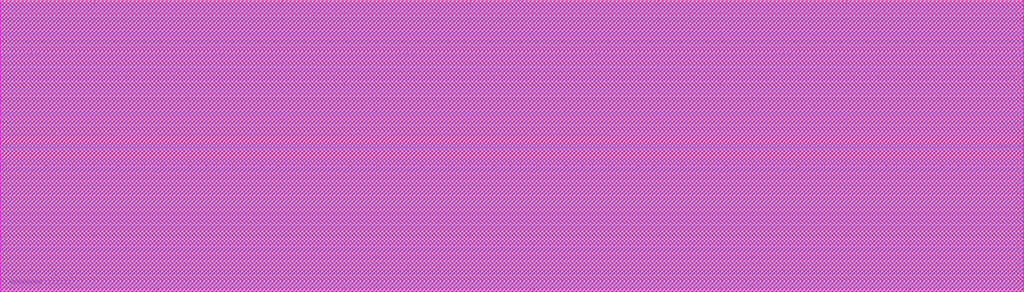
<source format=lef>
# Created by MC2 : Version 2012.02.00.d on 2024/05/10, 15:17:00

#*********************************************************************************************************************/
# Software       : TSMC MEMORY COMPILER tsn28hpcpd127spsram_2012.02.00.d.180a						*/
# Technology     : TSMC 28nm CMOS LOGIC High Performance Compact Mobile Computing Plus 1P10M HKMG CU_ELK 0.9V				*/
#  Memory Type    : TSMC 28nm High Performance Compact Mobile Computing Plus Single Port SRAM with d127 bit cell SVT periphery */
# Library Name   : ts1n28hpcpsvtb16384x36m8sso (user specify : TS1N28HPCPSVTB16384X36M8SSO)				*/
# Library Version: 180a												*/
# Generated Time : 2024/05/10, 15:16:52										*/
#*********************************************************************************************************************/
#															*/
# STATEMENT OF USE													*/
#															*/
# This information contains confidential and proprietary information of TSMC.					*/
# No part of this information may be reproduced, transmitted, transcribed,						*/
# stored in a retrieval system, or translated into any human or computer						*/
# language, in any form or by any means, electronic, mechanical, magnetic,						*/
# optical, chemical, manual, or otherwise, without the prior written permission					*/
# of TSMC. This information was prepared for informational purpose and is for					*/
# use by TSMC's customers only. TSMC reserves the right to make changes in the					*/
# information at any time and without notice.									*/
#															*/
#*********************************************************************************************************************/
VERSION 5.7 ;
BUSBITCHARS "[]" ;
DIVIDERCHAR "/" ;

MACRO TS1N28HPCPSVTB16384X36M8SSO
	CLASS BLOCK ;
	FOREIGN TS1N28HPCPSVTB16384X36M8SSO 0.0 0.0 ;
	ORIGIN 0.0 0.0 ;
	SIZE 653.535 BY 186.370 ;
	SYMMETRY X Y ;
	PIN A[0]
		DIRECTION INPUT ;
		USE SIGNAL ;
		PORT
			LAYER M2 ;
			RECT 653.355 95.670 653.535 95.820 ;
			LAYER M1 ;
			RECT 653.355 95.670 653.535 95.820 ;
			LAYER M3 ;
			RECT 653.355 95.670 653.535 95.820 ;
		END
		ANTENNAGATEAREA 0.039000 LAYER M1 ;
		ANTENNADIFFAREA 0.020000 LAYER M1 ;
		ANTENNAPARTIALMETALAREA 0.109700 LAYER M1 ;
		ANTENNAMAXAREACAR 2.041700 LAYER M1 ;
		ANTENNAPARTIALCUTAREA 0.026000 LAYER VIA1 ;
		ANTENNAMAXAREACAR 0.333300 LAYER VIA1 ;
		ANTENNAGATEAREA 0.039000 LAYER M2 ;
		ANTENNADIFFAREA 0.020000 LAYER M2 ;
		ANTENNAPARTIALMETALAREA 0.483700 LAYER M2 ;
		ANTENNAMAXAREACAR 18.165000 LAYER M2 ;
		ANTENNAPARTIALCUTAREA 0.006500 LAYER VIA2 ;
		ANTENNAMAXAREACAR 0.500000 LAYER VIA2 ;
		ANTENNAGATEAREA 0.039000 LAYER M3 ;
		ANTENNADIFFAREA 0.020000 LAYER M3 ;
		ANTENNAPARTIALMETALAREA 0.027000 LAYER M3 ;
		ANTENNAMAXAREACAR 19.065000 LAYER M3 ;
	END A[0]

	PIN A[10]
		DIRECTION INPUT ;
		USE SIGNAL ;
		PORT
			LAYER M3 ;
			RECT 653.355 85.420 653.535 85.570 ;
			LAYER M1 ;
			RECT 653.355 85.420 653.535 85.570 ;
			LAYER M2 ;
			RECT 653.355 85.420 653.535 85.570 ;
		END
		ANTENNAGATEAREA 0.039000 LAYER M1 ;
		ANTENNADIFFAREA 0.020000 LAYER M1 ;
		ANTENNAPARTIALMETALAREA 0.109700 LAYER M1 ;
		ANTENNAMAXAREACAR 2.041700 LAYER M1 ;
		ANTENNAPARTIALCUTAREA 0.026000 LAYER VIA1 ;
		ANTENNAMAXAREACAR 0.333300 LAYER VIA1 ;
		ANTENNAGATEAREA 0.039000 LAYER M2 ;
		ANTENNADIFFAREA 0.020000 LAYER M2 ;
		ANTENNAPARTIALMETALAREA 0.483700 LAYER M2 ;
		ANTENNAMAXAREACAR 18.165000 LAYER M2 ;
		ANTENNAPARTIALCUTAREA 0.006500 LAYER VIA2 ;
		ANTENNAMAXAREACAR 0.500000 LAYER VIA2 ;
		ANTENNAGATEAREA 0.039000 LAYER M3 ;
		ANTENNADIFFAREA 0.020000 LAYER M3 ;
		ANTENNAPARTIALMETALAREA 0.027000 LAYER M3 ;
		ANTENNAMAXAREACAR 19.065000 LAYER M3 ;
	END A[10]

	PIN A[11]
		DIRECTION INPUT ;
		USE SIGNAL ;
		PORT
			LAYER M1 ;
			RECT 653.355 98.110 653.535 98.260 ;
			LAYER M3 ;
			RECT 653.355 98.110 653.535 98.260 ;
			LAYER M2 ;
			RECT 653.355 98.110 653.535 98.260 ;
		END
		ANTENNAGATEAREA 0.039000 LAYER M1 ;
		ANTENNADIFFAREA 0.020000 LAYER M1 ;
		ANTENNAPARTIALMETALAREA 0.109700 LAYER M1 ;
		ANTENNAMAXAREACAR 2.041700 LAYER M1 ;
		ANTENNAPARTIALCUTAREA 0.026000 LAYER VIA1 ;
		ANTENNAMAXAREACAR 0.333300 LAYER VIA1 ;
		ANTENNAGATEAREA 0.039000 LAYER M2 ;
		ANTENNADIFFAREA 0.020000 LAYER M2 ;
		ANTENNAPARTIALMETALAREA 0.483700 LAYER M2 ;
		ANTENNAMAXAREACAR 18.165000 LAYER M2 ;
		ANTENNAPARTIALCUTAREA 0.006500 LAYER VIA2 ;
		ANTENNAMAXAREACAR 0.500000 LAYER VIA2 ;
		ANTENNAGATEAREA 0.039000 LAYER M3 ;
		ANTENNADIFFAREA 0.020000 LAYER M3 ;
		ANTENNAPARTIALMETALAREA 0.027000 LAYER M3 ;
		ANTENNAMAXAREACAR 19.065000 LAYER M3 ;
	END A[11]

	PIN A[12]
		DIRECTION INPUT ;
		USE SIGNAL ;
		PORT
			LAYER M2 ;
			RECT 653.355 97.720 653.535 97.870 ;
			LAYER M3 ;
			RECT 653.355 97.720 653.535 97.870 ;
			LAYER M1 ;
			RECT 653.355 97.720 653.535 97.870 ;
		END
		ANTENNAGATEAREA 0.039000 LAYER M1 ;
		ANTENNADIFFAREA 0.020000 LAYER M1 ;
		ANTENNAPARTIALMETALAREA 0.109700 LAYER M1 ;
		ANTENNAMAXAREACAR 2.041700 LAYER M1 ;
		ANTENNAPARTIALCUTAREA 0.026000 LAYER VIA1 ;
		ANTENNAMAXAREACAR 0.333300 LAYER VIA1 ;
		ANTENNAGATEAREA 0.039000 LAYER M2 ;
		ANTENNADIFFAREA 0.020000 LAYER M2 ;
		ANTENNAPARTIALMETALAREA 0.483700 LAYER M2 ;
		ANTENNAMAXAREACAR 18.165000 LAYER M2 ;
		ANTENNAPARTIALCUTAREA 0.006500 LAYER VIA2 ;
		ANTENNAMAXAREACAR 0.500000 LAYER VIA2 ;
		ANTENNAGATEAREA 0.039000 LAYER M3 ;
		ANTENNADIFFAREA 0.020000 LAYER M3 ;
		ANTENNAPARTIALMETALAREA 0.027000 LAYER M3 ;
		ANTENNAMAXAREACAR 19.065000 LAYER M3 ;
	END A[12]

	PIN A[13]
		DIRECTION INPUT ;
		USE SIGNAL ;
		PORT
			LAYER M3 ;
			RECT 653.355 96.060 653.535 96.210 ;
			LAYER M2 ;
			RECT 653.355 96.060 653.535 96.210 ;
			LAYER M1 ;
			RECT 653.355 96.060 653.535 96.210 ;
		END
		ANTENNAGATEAREA 0.039000 LAYER M1 ;
		ANTENNADIFFAREA 0.020000 LAYER M1 ;
		ANTENNAPARTIALMETALAREA 0.109700 LAYER M1 ;
		ANTENNAMAXAREACAR 2.041700 LAYER M1 ;
		ANTENNAPARTIALCUTAREA 0.026000 LAYER VIA1 ;
		ANTENNAMAXAREACAR 0.333300 LAYER VIA1 ;
		ANTENNAGATEAREA 0.039000 LAYER M2 ;
		ANTENNADIFFAREA 0.020000 LAYER M2 ;
		ANTENNAPARTIALMETALAREA 0.483700 LAYER M2 ;
		ANTENNAMAXAREACAR 18.165000 LAYER M2 ;
		ANTENNAPARTIALCUTAREA 0.006500 LAYER VIA2 ;
		ANTENNAMAXAREACAR 0.500000 LAYER VIA2 ;
		ANTENNAGATEAREA 0.039000 LAYER M3 ;
		ANTENNADIFFAREA 0.020000 LAYER M3 ;
		ANTENNAPARTIALMETALAREA 0.027000 LAYER M3 ;
		ANTENNAMAXAREACAR 19.065000 LAYER M3 ;
	END A[13]

	PIN A[1]
		DIRECTION INPUT ;
		USE SIGNAL ;
		PORT
			LAYER M2 ;
			RECT 653.355 94.010 653.535 94.160 ;
			LAYER M1 ;
			RECT 653.355 94.010 653.535 94.160 ;
			LAYER M3 ;
			RECT 653.355 94.010 653.535 94.160 ;
		END
		ANTENNAGATEAREA 0.039000 LAYER M1 ;
		ANTENNADIFFAREA 0.020000 LAYER M1 ;
		ANTENNAPARTIALMETALAREA 0.109700 LAYER M1 ;
		ANTENNAMAXAREACAR 2.041700 LAYER M1 ;
		ANTENNAPARTIALCUTAREA 0.026000 LAYER VIA1 ;
		ANTENNAMAXAREACAR 0.333300 LAYER VIA1 ;
		ANTENNAGATEAREA 0.039000 LAYER M2 ;
		ANTENNADIFFAREA 0.020000 LAYER M2 ;
		ANTENNAPARTIALMETALAREA 0.483700 LAYER M2 ;
		ANTENNAMAXAREACAR 18.165000 LAYER M2 ;
		ANTENNAPARTIALCUTAREA 0.006500 LAYER VIA2 ;
		ANTENNAMAXAREACAR 0.500000 LAYER VIA2 ;
		ANTENNAGATEAREA 0.039000 LAYER M3 ;
		ANTENNADIFFAREA 0.020000 LAYER M3 ;
		ANTENNAPARTIALMETALAREA 0.027000 LAYER M3 ;
		ANTENNAMAXAREACAR 19.065000 LAYER M3 ;
	END A[1]

	PIN A[2]
		DIRECTION INPUT ;
		USE SIGNAL ;
		PORT
			LAYER M3 ;
			RECT 653.355 93.620 653.535 93.770 ;
			LAYER M1 ;
			RECT 653.355 93.620 653.535 93.770 ;
			LAYER M2 ;
			RECT 653.355 93.620 653.535 93.770 ;
		END
		ANTENNAGATEAREA 0.039000 LAYER M1 ;
		ANTENNADIFFAREA 0.020000 LAYER M1 ;
		ANTENNAPARTIALMETALAREA 0.109700 LAYER M1 ;
		ANTENNAMAXAREACAR 2.041700 LAYER M1 ;
		ANTENNAPARTIALCUTAREA 0.026000 LAYER VIA1 ;
		ANTENNAMAXAREACAR 0.333300 LAYER VIA1 ;
		ANTENNAGATEAREA 0.039000 LAYER M2 ;
		ANTENNADIFFAREA 0.020000 LAYER M2 ;
		ANTENNAPARTIALMETALAREA 0.483700 LAYER M2 ;
		ANTENNAMAXAREACAR 18.165000 LAYER M2 ;
		ANTENNAPARTIALCUTAREA 0.006500 LAYER VIA2 ;
		ANTENNAMAXAREACAR 0.500000 LAYER VIA2 ;
		ANTENNAGATEAREA 0.039000 LAYER M3 ;
		ANTENNADIFFAREA 0.020000 LAYER M3 ;
		ANTENNAPARTIALMETALAREA 0.027000 LAYER M3 ;
		ANTENNAMAXAREACAR 19.065000 LAYER M3 ;
	END A[2]

	PIN A[3]
		DIRECTION INPUT ;
		USE SIGNAL ;
		PORT
			LAYER M3 ;
			RECT 653.355 89.520 653.535 89.670 ;
			LAYER M2 ;
			RECT 653.355 89.520 653.535 89.670 ;
			LAYER M1 ;
			RECT 653.355 89.520 653.535 89.670 ;
		END
		ANTENNAGATEAREA 0.039000 LAYER M1 ;
		ANTENNADIFFAREA 0.020000 LAYER M1 ;
		ANTENNAPARTIALMETALAREA 0.109700 LAYER M1 ;
		ANTENNAMAXAREACAR 2.041700 LAYER M1 ;
		ANTENNAPARTIALCUTAREA 0.026000 LAYER VIA1 ;
		ANTENNAMAXAREACAR 0.333300 LAYER VIA1 ;
		ANTENNAGATEAREA 0.039000 LAYER M2 ;
		ANTENNADIFFAREA 0.020000 LAYER M2 ;
		ANTENNAPARTIALMETALAREA 0.483700 LAYER M2 ;
		ANTENNAMAXAREACAR 18.165000 LAYER M2 ;
		ANTENNAPARTIALCUTAREA 0.006500 LAYER VIA2 ;
		ANTENNAMAXAREACAR 0.500000 LAYER VIA2 ;
		ANTENNAGATEAREA 0.039000 LAYER M3 ;
		ANTENNADIFFAREA 0.020000 LAYER M3 ;
		ANTENNAPARTIALMETALAREA 0.027000 LAYER M3 ;
		ANTENNAMAXAREACAR 19.065000 LAYER M3 ;
	END A[3]

	PIN A[4]
		DIRECTION INPUT ;
		USE SIGNAL ;
		PORT
			LAYER M2 ;
			RECT 653.355 87.860 653.535 88.010 ;
			LAYER M1 ;
			RECT 653.355 87.860 653.535 88.010 ;
			LAYER M3 ;
			RECT 653.355 87.860 653.535 88.010 ;
		END
		ANTENNAGATEAREA 0.039000 LAYER M1 ;
		ANTENNADIFFAREA 0.020000 LAYER M1 ;
		ANTENNAPARTIALMETALAREA 0.109700 LAYER M1 ;
		ANTENNAMAXAREACAR 2.041700 LAYER M1 ;
		ANTENNAPARTIALCUTAREA 0.026000 LAYER VIA1 ;
		ANTENNAMAXAREACAR 0.333300 LAYER VIA1 ;
		ANTENNAGATEAREA 0.039000 LAYER M2 ;
		ANTENNADIFFAREA 0.020000 LAYER M2 ;
		ANTENNAPARTIALMETALAREA 0.483700 LAYER M2 ;
		ANTENNAMAXAREACAR 18.165000 LAYER M2 ;
		ANTENNAPARTIALCUTAREA 0.006500 LAYER VIA2 ;
		ANTENNAMAXAREACAR 0.500000 LAYER VIA2 ;
		ANTENNAGATEAREA 0.039000 LAYER M3 ;
		ANTENNADIFFAREA 0.020000 LAYER M3 ;
		ANTENNAPARTIALMETALAREA 0.027000 LAYER M3 ;
		ANTENNAMAXAREACAR 19.065000 LAYER M3 ;
	END A[4]

	PIN A[5]
		DIRECTION INPUT ;
		USE SIGNAL ;
		PORT
			LAYER M1 ;
			RECT 653.355 87.470 653.535 87.620 ;
			LAYER M2 ;
			RECT 653.355 87.470 653.535 87.620 ;
			LAYER M3 ;
			RECT 653.355 87.470 653.535 87.620 ;
		END
		ANTENNAGATEAREA 0.039000 LAYER M1 ;
		ANTENNADIFFAREA 0.020000 LAYER M1 ;
		ANTENNAPARTIALMETALAREA 0.109700 LAYER M1 ;
		ANTENNAMAXAREACAR 2.041700 LAYER M1 ;
		ANTENNAPARTIALCUTAREA 0.026000 LAYER VIA1 ;
		ANTENNAMAXAREACAR 0.333300 LAYER VIA1 ;
		ANTENNAGATEAREA 0.039000 LAYER M2 ;
		ANTENNADIFFAREA 0.020000 LAYER M2 ;
		ANTENNAPARTIALMETALAREA 0.483700 LAYER M2 ;
		ANTENNAMAXAREACAR 18.165000 LAYER M2 ;
		ANTENNAPARTIALCUTAREA 0.006500 LAYER VIA2 ;
		ANTENNAMAXAREACAR 0.500000 LAYER VIA2 ;
		ANTENNAGATEAREA 0.039000 LAYER M3 ;
		ANTENNADIFFAREA 0.020000 LAYER M3 ;
		ANTENNAPARTIALMETALAREA 0.027000 LAYER M3 ;
		ANTENNAMAXAREACAR 19.065000 LAYER M3 ;
	END A[5]

	PIN A[6]
		DIRECTION INPUT ;
		USE SIGNAL ;
		PORT
			LAYER M1 ;
			RECT 653.355 91.960 653.535 92.110 ;
			LAYER M2 ;
			RECT 653.355 91.960 653.535 92.110 ;
			LAYER M3 ;
			RECT 653.355 91.960 653.535 92.110 ;
		END
		ANTENNAGATEAREA 0.039000 LAYER M1 ;
		ANTENNADIFFAREA 0.020000 LAYER M1 ;
		ANTENNAPARTIALMETALAREA 0.109700 LAYER M1 ;
		ANTENNAMAXAREACAR 2.041700 LAYER M1 ;
		ANTENNAPARTIALCUTAREA 0.026000 LAYER VIA1 ;
		ANTENNAMAXAREACAR 0.333300 LAYER VIA1 ;
		ANTENNAGATEAREA 0.039000 LAYER M2 ;
		ANTENNADIFFAREA 0.020000 LAYER M2 ;
		ANTENNAPARTIALMETALAREA 0.483700 LAYER M2 ;
		ANTENNAMAXAREACAR 18.165000 LAYER M2 ;
		ANTENNAPARTIALCUTAREA 0.006500 LAYER VIA2 ;
		ANTENNAMAXAREACAR 0.500000 LAYER VIA2 ;
		ANTENNAGATEAREA 0.039000 LAYER M3 ;
		ANTENNADIFFAREA 0.020000 LAYER M3 ;
		ANTENNAPARTIALMETALAREA 0.027000 LAYER M3 ;
		ANTENNAMAXAREACAR 19.065000 LAYER M3 ;
	END A[6]

	PIN A[7]
		DIRECTION INPUT ;
		USE SIGNAL ;
		PORT
			LAYER M2 ;
			RECT 653.355 91.570 653.535 91.720 ;
			LAYER M1 ;
			RECT 653.355 91.570 653.535 91.720 ;
			LAYER M3 ;
			RECT 653.355 91.570 653.535 91.720 ;
		END
		ANTENNAGATEAREA 0.039000 LAYER M1 ;
		ANTENNADIFFAREA 0.020000 LAYER M1 ;
		ANTENNAPARTIALMETALAREA 0.109700 LAYER M1 ;
		ANTENNAMAXAREACAR 2.041700 LAYER M1 ;
		ANTENNAPARTIALCUTAREA 0.026000 LAYER VIA1 ;
		ANTENNAMAXAREACAR 0.333300 LAYER VIA1 ;
		ANTENNAGATEAREA 0.039000 LAYER M2 ;
		ANTENNADIFFAREA 0.020000 LAYER M2 ;
		ANTENNAPARTIALMETALAREA 0.483700 LAYER M2 ;
		ANTENNAMAXAREACAR 18.165000 LAYER M2 ;
		ANTENNAPARTIALCUTAREA 0.006500 LAYER VIA2 ;
		ANTENNAMAXAREACAR 0.500000 LAYER VIA2 ;
		ANTENNAGATEAREA 0.039000 LAYER M3 ;
		ANTENNADIFFAREA 0.020000 LAYER M3 ;
		ANTENNAPARTIALMETALAREA 0.027000 LAYER M3 ;
		ANTENNAMAXAREACAR 19.065000 LAYER M3 ;
	END A[7]

	PIN A[8]
		DIRECTION INPUT ;
		USE SIGNAL ;
		PORT
			LAYER M2 ;
			RECT 653.355 89.910 653.535 90.060 ;
			LAYER M3 ;
			RECT 653.355 89.910 653.535 90.060 ;
			LAYER M1 ;
			RECT 653.355 89.910 653.535 90.060 ;
		END
		ANTENNAGATEAREA 0.039000 LAYER M1 ;
		ANTENNADIFFAREA 0.020000 LAYER M1 ;
		ANTENNAPARTIALMETALAREA 0.109700 LAYER M1 ;
		ANTENNAMAXAREACAR 2.041700 LAYER M1 ;
		ANTENNAPARTIALCUTAREA 0.026000 LAYER VIA1 ;
		ANTENNAMAXAREACAR 0.333300 LAYER VIA1 ;
		ANTENNAGATEAREA 0.039000 LAYER M2 ;
		ANTENNADIFFAREA 0.020000 LAYER M2 ;
		ANTENNAPARTIALMETALAREA 0.483700 LAYER M2 ;
		ANTENNAMAXAREACAR 18.165000 LAYER M2 ;
		ANTENNAPARTIALCUTAREA 0.006500 LAYER VIA2 ;
		ANTENNAMAXAREACAR 0.500000 LAYER VIA2 ;
		ANTENNAGATEAREA 0.039000 LAYER M3 ;
		ANTENNADIFFAREA 0.020000 LAYER M3 ;
		ANTENNAPARTIALMETALAREA 0.027000 LAYER M3 ;
		ANTENNAMAXAREACAR 19.065000 LAYER M3 ;
	END A[8]

	PIN A[9]
		DIRECTION INPUT ;
		USE SIGNAL ;
		PORT
			LAYER M2 ;
			RECT 653.355 85.810 653.535 85.960 ;
			LAYER M3 ;
			RECT 653.355 85.810 653.535 85.960 ;
			LAYER M1 ;
			RECT 653.355 85.810 653.535 85.960 ;
		END
		ANTENNAGATEAREA 0.039000 LAYER M1 ;
		ANTENNADIFFAREA 0.020000 LAYER M1 ;
		ANTENNAPARTIALMETALAREA 0.109700 LAYER M1 ;
		ANTENNAMAXAREACAR 2.041700 LAYER M1 ;
		ANTENNAPARTIALCUTAREA 0.026000 LAYER VIA1 ;
		ANTENNAMAXAREACAR 0.333300 LAYER VIA1 ;
		ANTENNAGATEAREA 0.039000 LAYER M2 ;
		ANTENNADIFFAREA 0.020000 LAYER M2 ;
		ANTENNAPARTIALMETALAREA 0.483700 LAYER M2 ;
		ANTENNAMAXAREACAR 18.165000 LAYER M2 ;
		ANTENNAPARTIALCUTAREA 0.006500 LAYER VIA2 ;
		ANTENNAMAXAREACAR 0.500000 LAYER VIA2 ;
		ANTENNAGATEAREA 0.039000 LAYER M3 ;
		ANTENNADIFFAREA 0.020000 LAYER M3 ;
		ANTENNAPARTIALMETALAREA 0.027000 LAYER M3 ;
		ANTENNAMAXAREACAR 19.065000 LAYER M3 ;
	END A[9]

	PIN CEB
		DIRECTION INPUT ;
		USE SIGNAL ;
		PORT
			LAYER M3 ;
			RECT 653.355 99.770 653.535 99.920 ;
			LAYER M1 ;
			RECT 653.355 99.770 653.535 99.920 ;
			LAYER M2 ;
			RECT 653.355 99.770 653.535 99.920 ;
		END
		ANTENNAGATEAREA 0.039000 LAYER M1 ;
		ANTENNADIFFAREA 0.020000 LAYER M1 ;
		ANTENNAPARTIALMETALAREA 0.115300 LAYER M1 ;
		ANTENNAMAXAREACAR 2.228300 LAYER M1 ;
		ANTENNAPARTIALCUTAREA 0.026000 LAYER VIA1 ;
		ANTENNAMAXAREACAR 0.515900 LAYER VIA1 ;
		ANTENNAGATEAREA 0.039000 LAYER M2 ;
		ANTENNADIFFAREA 0.020000 LAYER M2 ;
		ANTENNAPARTIALMETALAREA 0.249900 LAYER M2 ;
		ANTENNAMAXAREACAR 10.191100 LAYER M2 ;
		ANTENNAPARTIALCUTAREA 0.006500 LAYER VIA2 ;
		ANTENNAMAXAREACAR 0.732500 LAYER VIA2 ;
		ANTENNAGATEAREA 0.039000 LAYER M3 ;
		ANTENNADIFFAREA 0.020000 LAYER M3 ;
		ANTENNAPARTIALMETALAREA 0.027000 LAYER M3 ;
		ANTENNAMAXAREACAR 11.091100 LAYER M3 ;
	END CEB

	PIN CLK
		DIRECTION INPUT ;
		USE SIGNAL ;
		PORT
			LAYER M3 ;
			RECT 653.355 100.400 653.535 100.550 ;
			LAYER M2 ;
			RECT 653.355 100.400 653.535 100.550 ;
			LAYER M1 ;
			RECT 653.355 100.400 653.535 100.550 ;
		END
		ANTENNAGATEAREA 2.013900 LAYER M1 ;
		ANTENNADIFFAREA 0.020000 LAYER M1 ;
		ANTENNAPARTIALMETALAREA 3.534300 LAYER M1 ;
		ANTENNAMAXAREACAR 5.372500 LAYER M1 ;
		ANTENNAPARTIALCUTAREA 0.331500 LAYER VIA1 ;
		ANTENNAMAXAREACAR 0.866700 LAYER VIA1 ;
		ANTENNAGATEAREA 2.013900 LAYER M2 ;
		ANTENNADIFFAREA 0.020000 LAYER M2 ;
		ANTENNAPARTIALMETALAREA 2.694600 LAYER M2 ;
		ANTENNAMAXAREACAR 33.912400 LAYER M2 ;
		ANTENNAPARTIALCUTAREA 0.292500 LAYER VIA2 ;
		ANTENNAMAXAREACAR 1.097200 LAYER VIA2 ;
		ANTENNAGATEAREA 2.013900 LAYER M3 ;
		ANTENNADIFFAREA 0.020000 LAYER M3 ;
		ANTENNAPARTIALMETALAREA 2.754400 LAYER M3 ;
		ANTENNAMAXAREACAR 35.107800 LAYER M3 ;
	END CLK

	PIN D[0]
		DIRECTION INPUT ;
		USE SIGNAL ;
		PORT
			LAYER M3 ;
			RECT 653.355 4.315 653.535 4.465 ;
			LAYER M1 ;
			RECT 653.355 4.315 653.535 4.465 ;
			LAYER M2 ;
			RECT 653.355 4.315 653.535 4.465 ;
		END
		ANTENNAGATEAREA 0.039000 LAYER M1 ;
		ANTENNADIFFAREA 0.020000 LAYER M1 ;
		ANTENNAPARTIALMETALAREA 0.125300 LAYER M1 ;
		ANTENNAMAXAREACAR 2.560000 LAYER M1 ;
		ANTENNAPARTIALCUTAREA 0.026000 LAYER VIA1 ;
		ANTENNAMAXAREACAR 0.333300 LAYER VIA1 ;
		ANTENNAGATEAREA 0.039000 LAYER M2 ;
		ANTENNADIFFAREA 0.020000 LAYER M2 ;
		ANTENNAPARTIALMETALAREA 0.481400 LAYER M2 ;
		ANTENNAMAXAREACAR 18.608300 LAYER M2 ;
		ANTENNAPARTIALCUTAREA 0.006500 LAYER VIA2 ;
		ANTENNAMAXAREACAR 0.500000 LAYER VIA2 ;
		ANTENNAGATEAREA 0.039000 LAYER M3 ;
		ANTENNADIFFAREA 0.020000 LAYER M3 ;
		ANTENNAPARTIALMETALAREA 0.027000 LAYER M3 ;
		ANTENNAMAXAREACAR 19.508300 LAYER M3 ;
	END D[0]

	PIN D[10]
		DIRECTION INPUT ;
		USE SIGNAL ;
		PORT
			LAYER M1 ;
			RECT 653.355 50.715 653.535 50.865 ;
			LAYER M2 ;
			RECT 653.355 50.715 653.535 50.865 ;
			LAYER M3 ;
			RECT 653.355 50.715 653.535 50.865 ;
		END
		ANTENNAGATEAREA 0.039000 LAYER M1 ;
		ANTENNADIFFAREA 0.020000 LAYER M1 ;
		ANTENNAPARTIALMETALAREA 0.125300 LAYER M1 ;
		ANTENNAMAXAREACAR 2.560000 LAYER M1 ;
		ANTENNAPARTIALCUTAREA 0.026000 LAYER VIA1 ;
		ANTENNAMAXAREACAR 0.333300 LAYER VIA1 ;
		ANTENNAGATEAREA 0.039000 LAYER M2 ;
		ANTENNADIFFAREA 0.020000 LAYER M2 ;
		ANTENNAPARTIALMETALAREA 0.481400 LAYER M2 ;
		ANTENNAMAXAREACAR 18.608300 LAYER M2 ;
		ANTENNAPARTIALCUTAREA 0.006500 LAYER VIA2 ;
		ANTENNAMAXAREACAR 0.500000 LAYER VIA2 ;
		ANTENNAGATEAREA 0.039000 LAYER M3 ;
		ANTENNADIFFAREA 0.020000 LAYER M3 ;
		ANTENNAPARTIALMETALAREA 0.027000 LAYER M3 ;
		ANTENNAMAXAREACAR 19.508300 LAYER M3 ;
	END D[10]

	PIN D[11]
		DIRECTION INPUT ;
		USE SIGNAL ;
		PORT
			LAYER M1 ;
			RECT 653.355 55.355 653.535 55.505 ;
			LAYER M2 ;
			RECT 653.355 55.355 653.535 55.505 ;
			LAYER M3 ;
			RECT 653.355 55.355 653.535 55.505 ;
		END
		ANTENNAGATEAREA 0.039000 LAYER M1 ;
		ANTENNADIFFAREA 0.020000 LAYER M1 ;
		ANTENNAPARTIALMETALAREA 0.125300 LAYER M1 ;
		ANTENNAMAXAREACAR 2.560000 LAYER M1 ;
		ANTENNAPARTIALCUTAREA 0.026000 LAYER VIA1 ;
		ANTENNAMAXAREACAR 0.333300 LAYER VIA1 ;
		ANTENNAGATEAREA 0.039000 LAYER M2 ;
		ANTENNADIFFAREA 0.020000 LAYER M2 ;
		ANTENNAPARTIALMETALAREA 0.481400 LAYER M2 ;
		ANTENNAMAXAREACAR 18.608300 LAYER M2 ;
		ANTENNAPARTIALCUTAREA 0.006500 LAYER VIA2 ;
		ANTENNAMAXAREACAR 0.500000 LAYER VIA2 ;
		ANTENNAGATEAREA 0.039000 LAYER M3 ;
		ANTENNADIFFAREA 0.020000 LAYER M3 ;
		ANTENNAPARTIALMETALAREA 0.027000 LAYER M3 ;
		ANTENNAMAXAREACAR 19.508300 LAYER M3 ;
	END D[11]

	PIN D[12]
		DIRECTION INPUT ;
		USE SIGNAL ;
		PORT
			LAYER M1 ;
			RECT 653.355 59.995 653.535 60.145 ;
			LAYER M2 ;
			RECT 653.355 59.995 653.535 60.145 ;
			LAYER M3 ;
			RECT 653.355 59.995 653.535 60.145 ;
		END
		ANTENNAGATEAREA 0.039000 LAYER M1 ;
		ANTENNADIFFAREA 0.020000 LAYER M1 ;
		ANTENNAPARTIALMETALAREA 0.125300 LAYER M1 ;
		ANTENNAMAXAREACAR 2.560000 LAYER M1 ;
		ANTENNAPARTIALCUTAREA 0.026000 LAYER VIA1 ;
		ANTENNAMAXAREACAR 0.333300 LAYER VIA1 ;
		ANTENNAGATEAREA 0.039000 LAYER M2 ;
		ANTENNADIFFAREA 0.020000 LAYER M2 ;
		ANTENNAPARTIALMETALAREA 0.481400 LAYER M2 ;
		ANTENNAMAXAREACAR 18.608300 LAYER M2 ;
		ANTENNAPARTIALCUTAREA 0.006500 LAYER VIA2 ;
		ANTENNAMAXAREACAR 0.500000 LAYER VIA2 ;
		ANTENNAGATEAREA 0.039000 LAYER M3 ;
		ANTENNADIFFAREA 0.020000 LAYER M3 ;
		ANTENNAPARTIALMETALAREA 0.027000 LAYER M3 ;
		ANTENNAMAXAREACAR 19.508300 LAYER M3 ;
	END D[12]

	PIN D[13]
		DIRECTION INPUT ;
		USE SIGNAL ;
		PORT
			LAYER M3 ;
			RECT 653.355 64.635 653.535 64.785 ;
			LAYER M2 ;
			RECT 653.355 64.635 653.535 64.785 ;
			LAYER M1 ;
			RECT 653.355 64.635 653.535 64.785 ;
		END
		ANTENNAGATEAREA 0.039000 LAYER M1 ;
		ANTENNADIFFAREA 0.020000 LAYER M1 ;
		ANTENNAPARTIALMETALAREA 0.125300 LAYER M1 ;
		ANTENNAMAXAREACAR 2.560000 LAYER M1 ;
		ANTENNAPARTIALCUTAREA 0.026000 LAYER VIA1 ;
		ANTENNAMAXAREACAR 0.333300 LAYER VIA1 ;
		ANTENNAGATEAREA 0.039000 LAYER M2 ;
		ANTENNADIFFAREA 0.020000 LAYER M2 ;
		ANTENNAPARTIALMETALAREA 0.481400 LAYER M2 ;
		ANTENNAMAXAREACAR 18.608300 LAYER M2 ;
		ANTENNAPARTIALCUTAREA 0.006500 LAYER VIA2 ;
		ANTENNAMAXAREACAR 0.500000 LAYER VIA2 ;
		ANTENNAGATEAREA 0.039000 LAYER M3 ;
		ANTENNADIFFAREA 0.020000 LAYER M3 ;
		ANTENNAPARTIALMETALAREA 0.027000 LAYER M3 ;
		ANTENNAMAXAREACAR 19.508300 LAYER M3 ;
	END D[13]

	PIN D[14]
		DIRECTION INPUT ;
		USE SIGNAL ;
		PORT
			LAYER M1 ;
			RECT 653.355 69.275 653.535 69.425 ;
			LAYER M2 ;
			RECT 653.355 69.275 653.535 69.425 ;
			LAYER M3 ;
			RECT 653.355 69.275 653.535 69.425 ;
		END
		ANTENNAGATEAREA 0.039000 LAYER M1 ;
		ANTENNADIFFAREA 0.020000 LAYER M1 ;
		ANTENNAPARTIALMETALAREA 0.125300 LAYER M1 ;
		ANTENNAMAXAREACAR 2.560000 LAYER M1 ;
		ANTENNAPARTIALCUTAREA 0.026000 LAYER VIA1 ;
		ANTENNAMAXAREACAR 0.333300 LAYER VIA1 ;
		ANTENNAGATEAREA 0.039000 LAYER M2 ;
		ANTENNADIFFAREA 0.020000 LAYER M2 ;
		ANTENNAPARTIALMETALAREA 0.481400 LAYER M2 ;
		ANTENNAMAXAREACAR 18.608300 LAYER M2 ;
		ANTENNAPARTIALCUTAREA 0.006500 LAYER VIA2 ;
		ANTENNAMAXAREACAR 0.500000 LAYER VIA2 ;
		ANTENNAGATEAREA 0.039000 LAYER M3 ;
		ANTENNADIFFAREA 0.020000 LAYER M3 ;
		ANTENNAPARTIALMETALAREA 0.027000 LAYER M3 ;
		ANTENNAMAXAREACAR 19.508300 LAYER M3 ;
	END D[14]

	PIN D[15]
		DIRECTION INPUT ;
		USE SIGNAL ;
		PORT
			LAYER M3 ;
			RECT 653.355 73.915 653.535 74.065 ;
			LAYER M2 ;
			RECT 653.355 73.915 653.535 74.065 ;
			LAYER M1 ;
			RECT 653.355 73.915 653.535 74.065 ;
		END
		ANTENNAGATEAREA 0.039000 LAYER M1 ;
		ANTENNADIFFAREA 0.020000 LAYER M1 ;
		ANTENNAPARTIALMETALAREA 0.125300 LAYER M1 ;
		ANTENNAMAXAREACAR 2.560000 LAYER M1 ;
		ANTENNAPARTIALCUTAREA 0.026000 LAYER VIA1 ;
		ANTENNAMAXAREACAR 0.333300 LAYER VIA1 ;
		ANTENNAGATEAREA 0.039000 LAYER M2 ;
		ANTENNADIFFAREA 0.020000 LAYER M2 ;
		ANTENNAPARTIALMETALAREA 0.481400 LAYER M2 ;
		ANTENNAMAXAREACAR 18.608300 LAYER M2 ;
		ANTENNAPARTIALCUTAREA 0.006500 LAYER VIA2 ;
		ANTENNAMAXAREACAR 0.500000 LAYER VIA2 ;
		ANTENNAGATEAREA 0.039000 LAYER M3 ;
		ANTENNADIFFAREA 0.020000 LAYER M3 ;
		ANTENNAPARTIALMETALAREA 0.027000 LAYER M3 ;
		ANTENNAMAXAREACAR 19.508300 LAYER M3 ;
	END D[15]

	PIN D[16]
		DIRECTION INPUT ;
		USE SIGNAL ;
		PORT
			LAYER M2 ;
			RECT 653.355 76.235 653.535 76.385 ;
			LAYER M3 ;
			RECT 653.355 76.235 653.535 76.385 ;
			LAYER M1 ;
			RECT 653.355 76.235 653.535 76.385 ;
		END
		ANTENNAGATEAREA 0.039000 LAYER M1 ;
		ANTENNADIFFAREA 0.020000 LAYER M1 ;
		ANTENNAPARTIALMETALAREA 0.125300 LAYER M1 ;
		ANTENNAMAXAREACAR 2.560000 LAYER M1 ;
		ANTENNAPARTIALCUTAREA 0.026000 LAYER VIA1 ;
		ANTENNAMAXAREACAR 0.333300 LAYER VIA1 ;
		ANTENNAGATEAREA 0.039000 LAYER M2 ;
		ANTENNADIFFAREA 0.020000 LAYER M2 ;
		ANTENNAPARTIALMETALAREA 0.481400 LAYER M2 ;
		ANTENNAMAXAREACAR 18.608300 LAYER M2 ;
		ANTENNAPARTIALCUTAREA 0.006500 LAYER VIA2 ;
		ANTENNAMAXAREACAR 0.500000 LAYER VIA2 ;
		ANTENNAGATEAREA 0.039000 LAYER M3 ;
		ANTENNADIFFAREA 0.020000 LAYER M3 ;
		ANTENNAPARTIALMETALAREA 0.027000 LAYER M3 ;
		ANTENNAMAXAREACAR 19.508300 LAYER M3 ;
	END D[16]

	PIN D[17]
		DIRECTION INPUT ;
		USE SIGNAL ;
		PORT
			LAYER M2 ;
			RECT 653.355 78.555 653.535 78.705 ;
			LAYER M1 ;
			RECT 653.355 78.555 653.535 78.705 ;
			LAYER M3 ;
			RECT 653.355 78.555 653.535 78.705 ;
		END
		ANTENNAGATEAREA 0.039000 LAYER M1 ;
		ANTENNADIFFAREA 0.020000 LAYER M1 ;
		ANTENNAPARTIALMETALAREA 0.125300 LAYER M1 ;
		ANTENNAMAXAREACAR 2.560000 LAYER M1 ;
		ANTENNAPARTIALCUTAREA 0.026000 LAYER VIA1 ;
		ANTENNAMAXAREACAR 0.333300 LAYER VIA1 ;
		ANTENNAGATEAREA 0.039000 LAYER M2 ;
		ANTENNADIFFAREA 0.020000 LAYER M2 ;
		ANTENNAPARTIALMETALAREA 0.481400 LAYER M2 ;
		ANTENNAMAXAREACAR 18.608300 LAYER M2 ;
		ANTENNAPARTIALCUTAREA 0.006500 LAYER VIA2 ;
		ANTENNAMAXAREACAR 0.500000 LAYER VIA2 ;
		ANTENNAGATEAREA 0.039000 LAYER M3 ;
		ANTENNADIFFAREA 0.020000 LAYER M3 ;
		ANTENNAPARTIALMETALAREA 0.027000 LAYER M3 ;
		ANTENNAMAXAREACAR 19.508300 LAYER M3 ;
	END D[17]

	PIN D[18]
		DIRECTION INPUT ;
		USE SIGNAL ;
		PORT
			LAYER M1 ;
			RECT 653.355 107.275 653.535 107.425 ;
			LAYER M2 ;
			RECT 653.355 107.275 653.535 107.425 ;
			LAYER M3 ;
			RECT 653.355 107.275 653.535 107.425 ;
		END
		ANTENNAGATEAREA 0.039000 LAYER M1 ;
		ANTENNADIFFAREA 0.020000 LAYER M1 ;
		ANTENNAPARTIALMETALAREA 0.125300 LAYER M1 ;
		ANTENNAMAXAREACAR 2.560000 LAYER M1 ;
		ANTENNAPARTIALCUTAREA 0.026000 LAYER VIA1 ;
		ANTENNAMAXAREACAR 0.333300 LAYER VIA1 ;
		ANTENNAGATEAREA 0.039000 LAYER M2 ;
		ANTENNADIFFAREA 0.020000 LAYER M2 ;
		ANTENNAPARTIALMETALAREA 0.481400 LAYER M2 ;
		ANTENNAMAXAREACAR 18.608300 LAYER M2 ;
		ANTENNAPARTIALCUTAREA 0.006500 LAYER VIA2 ;
		ANTENNAMAXAREACAR 0.500000 LAYER VIA2 ;
		ANTENNAGATEAREA 0.039000 LAYER M3 ;
		ANTENNADIFFAREA 0.020000 LAYER M3 ;
		ANTENNAPARTIALMETALAREA 0.027000 LAYER M3 ;
		ANTENNAMAXAREACAR 19.508300 LAYER M3 ;
	END D[18]

	PIN D[19]
		DIRECTION INPUT ;
		USE SIGNAL ;
		PORT
			LAYER M3 ;
			RECT 653.355 109.595 653.535 109.745 ;
			LAYER M2 ;
			RECT 653.355 109.595 653.535 109.745 ;
			LAYER M1 ;
			RECT 653.355 109.595 653.535 109.745 ;
		END
		ANTENNAGATEAREA 0.039000 LAYER M1 ;
		ANTENNADIFFAREA 0.020000 LAYER M1 ;
		ANTENNAPARTIALMETALAREA 0.125300 LAYER M1 ;
		ANTENNAMAXAREACAR 2.560000 LAYER M1 ;
		ANTENNAPARTIALCUTAREA 0.026000 LAYER VIA1 ;
		ANTENNAMAXAREACAR 0.333300 LAYER VIA1 ;
		ANTENNAGATEAREA 0.039000 LAYER M2 ;
		ANTENNADIFFAREA 0.020000 LAYER M2 ;
		ANTENNAPARTIALMETALAREA 0.481400 LAYER M2 ;
		ANTENNAMAXAREACAR 18.608300 LAYER M2 ;
		ANTENNAPARTIALCUTAREA 0.006500 LAYER VIA2 ;
		ANTENNAMAXAREACAR 0.500000 LAYER VIA2 ;
		ANTENNAGATEAREA 0.039000 LAYER M3 ;
		ANTENNADIFFAREA 0.020000 LAYER M3 ;
		ANTENNAPARTIALMETALAREA 0.027000 LAYER M3 ;
		ANTENNAMAXAREACAR 19.508300 LAYER M3 ;
	END D[19]

	PIN D[1]
		DIRECTION INPUT ;
		USE SIGNAL ;
		PORT
			LAYER M2 ;
			RECT 653.355 8.955 653.535 9.105 ;
			LAYER M1 ;
			RECT 653.355 8.955 653.535 9.105 ;
			LAYER M3 ;
			RECT 653.355 8.955 653.535 9.105 ;
		END
		ANTENNAGATEAREA 0.039000 LAYER M1 ;
		ANTENNADIFFAREA 0.020000 LAYER M1 ;
		ANTENNAPARTIALMETALAREA 0.125300 LAYER M1 ;
		ANTENNAMAXAREACAR 2.560000 LAYER M1 ;
		ANTENNAPARTIALCUTAREA 0.026000 LAYER VIA1 ;
		ANTENNAMAXAREACAR 0.333300 LAYER VIA1 ;
		ANTENNAGATEAREA 0.039000 LAYER M2 ;
		ANTENNADIFFAREA 0.020000 LAYER M2 ;
		ANTENNAPARTIALMETALAREA 0.481400 LAYER M2 ;
		ANTENNAMAXAREACAR 18.608300 LAYER M2 ;
		ANTENNAPARTIALCUTAREA 0.006500 LAYER VIA2 ;
		ANTENNAMAXAREACAR 0.500000 LAYER VIA2 ;
		ANTENNAGATEAREA 0.039000 LAYER M3 ;
		ANTENNADIFFAREA 0.020000 LAYER M3 ;
		ANTENNAPARTIALMETALAREA 0.027000 LAYER M3 ;
		ANTENNAMAXAREACAR 19.508300 LAYER M3 ;
	END D[1]

	PIN D[20]
		DIRECTION INPUT ;
		USE SIGNAL ;
		PORT
			LAYER M2 ;
			RECT 653.355 114.235 653.535 114.385 ;
			LAYER M1 ;
			RECT 653.355 114.235 653.535 114.385 ;
			LAYER M3 ;
			RECT 653.355 114.235 653.535 114.385 ;
		END
		ANTENNAGATEAREA 0.039000 LAYER M1 ;
		ANTENNADIFFAREA 0.020000 LAYER M1 ;
		ANTENNAPARTIALMETALAREA 0.125300 LAYER M1 ;
		ANTENNAMAXAREACAR 2.560000 LAYER M1 ;
		ANTENNAPARTIALCUTAREA 0.026000 LAYER VIA1 ;
		ANTENNAMAXAREACAR 0.333300 LAYER VIA1 ;
		ANTENNAGATEAREA 0.039000 LAYER M2 ;
		ANTENNADIFFAREA 0.020000 LAYER M2 ;
		ANTENNAPARTIALMETALAREA 0.481400 LAYER M2 ;
		ANTENNAMAXAREACAR 18.608300 LAYER M2 ;
		ANTENNAPARTIALCUTAREA 0.006500 LAYER VIA2 ;
		ANTENNAMAXAREACAR 0.500000 LAYER VIA2 ;
		ANTENNAGATEAREA 0.039000 LAYER M3 ;
		ANTENNADIFFAREA 0.020000 LAYER M3 ;
		ANTENNAPARTIALMETALAREA 0.027000 LAYER M3 ;
		ANTENNAMAXAREACAR 19.508300 LAYER M3 ;
	END D[20]

	PIN D[21]
		DIRECTION INPUT ;
		USE SIGNAL ;
		PORT
			LAYER M1 ;
			RECT 653.355 118.875 653.535 119.025 ;
			LAYER M2 ;
			RECT 653.355 118.875 653.535 119.025 ;
			LAYER M3 ;
			RECT 653.355 118.875 653.535 119.025 ;
		END
		ANTENNAGATEAREA 0.039000 LAYER M1 ;
		ANTENNADIFFAREA 0.020000 LAYER M1 ;
		ANTENNAPARTIALMETALAREA 0.125300 LAYER M1 ;
		ANTENNAMAXAREACAR 2.560000 LAYER M1 ;
		ANTENNAPARTIALCUTAREA 0.026000 LAYER VIA1 ;
		ANTENNAMAXAREACAR 0.333300 LAYER VIA1 ;
		ANTENNAGATEAREA 0.039000 LAYER M2 ;
		ANTENNADIFFAREA 0.020000 LAYER M2 ;
		ANTENNAPARTIALMETALAREA 0.481400 LAYER M2 ;
		ANTENNAMAXAREACAR 18.608300 LAYER M2 ;
		ANTENNAPARTIALCUTAREA 0.006500 LAYER VIA2 ;
		ANTENNAMAXAREACAR 0.500000 LAYER VIA2 ;
		ANTENNAGATEAREA 0.039000 LAYER M3 ;
		ANTENNADIFFAREA 0.020000 LAYER M3 ;
		ANTENNAPARTIALMETALAREA 0.027000 LAYER M3 ;
		ANTENNAMAXAREACAR 19.508300 LAYER M3 ;
	END D[21]

	PIN D[22]
		DIRECTION INPUT ;
		USE SIGNAL ;
		PORT
			LAYER M3 ;
			RECT 653.355 123.515 653.535 123.665 ;
			LAYER M2 ;
			RECT 653.355 123.515 653.535 123.665 ;
			LAYER M1 ;
			RECT 653.355 123.515 653.535 123.665 ;
		END
		ANTENNAGATEAREA 0.039000 LAYER M1 ;
		ANTENNADIFFAREA 0.020000 LAYER M1 ;
		ANTENNAPARTIALMETALAREA 0.125300 LAYER M1 ;
		ANTENNAMAXAREACAR 2.560000 LAYER M1 ;
		ANTENNAPARTIALCUTAREA 0.026000 LAYER VIA1 ;
		ANTENNAMAXAREACAR 0.333300 LAYER VIA1 ;
		ANTENNAGATEAREA 0.039000 LAYER M2 ;
		ANTENNADIFFAREA 0.020000 LAYER M2 ;
		ANTENNAPARTIALMETALAREA 0.481400 LAYER M2 ;
		ANTENNAMAXAREACAR 18.608300 LAYER M2 ;
		ANTENNAPARTIALCUTAREA 0.006500 LAYER VIA2 ;
		ANTENNAMAXAREACAR 0.500000 LAYER VIA2 ;
		ANTENNAGATEAREA 0.039000 LAYER M3 ;
		ANTENNADIFFAREA 0.020000 LAYER M3 ;
		ANTENNAPARTIALMETALAREA 0.027000 LAYER M3 ;
		ANTENNAMAXAREACAR 19.508300 LAYER M3 ;
	END D[22]

	PIN D[23]
		DIRECTION INPUT ;
		USE SIGNAL ;
		PORT
			LAYER M1 ;
			RECT 653.355 128.155 653.535 128.305 ;
			LAYER M3 ;
			RECT 653.355 128.155 653.535 128.305 ;
			LAYER M2 ;
			RECT 653.355 128.155 653.535 128.305 ;
		END
		ANTENNAGATEAREA 0.039000 LAYER M1 ;
		ANTENNADIFFAREA 0.020000 LAYER M1 ;
		ANTENNAPARTIALMETALAREA 0.125300 LAYER M1 ;
		ANTENNAMAXAREACAR 2.560000 LAYER M1 ;
		ANTENNAPARTIALCUTAREA 0.026000 LAYER VIA1 ;
		ANTENNAMAXAREACAR 0.333300 LAYER VIA1 ;
		ANTENNAGATEAREA 0.039000 LAYER M2 ;
		ANTENNADIFFAREA 0.020000 LAYER M2 ;
		ANTENNAPARTIALMETALAREA 0.481400 LAYER M2 ;
		ANTENNAMAXAREACAR 18.608300 LAYER M2 ;
		ANTENNAPARTIALCUTAREA 0.006500 LAYER VIA2 ;
		ANTENNAMAXAREACAR 0.500000 LAYER VIA2 ;
		ANTENNAGATEAREA 0.039000 LAYER M3 ;
		ANTENNADIFFAREA 0.020000 LAYER M3 ;
		ANTENNAPARTIALMETALAREA 0.027000 LAYER M3 ;
		ANTENNAMAXAREACAR 19.508300 LAYER M3 ;
	END D[23]

	PIN D[24]
		DIRECTION INPUT ;
		USE SIGNAL ;
		PORT
			LAYER M1 ;
			RECT 653.355 132.795 653.535 132.945 ;
			LAYER M3 ;
			RECT 653.355 132.795 653.535 132.945 ;
			LAYER M2 ;
			RECT 653.355 132.795 653.535 132.945 ;
		END
		ANTENNAGATEAREA 0.039000 LAYER M1 ;
		ANTENNADIFFAREA 0.020000 LAYER M1 ;
		ANTENNAPARTIALMETALAREA 0.125300 LAYER M1 ;
		ANTENNAMAXAREACAR 2.560000 LAYER M1 ;
		ANTENNAPARTIALCUTAREA 0.026000 LAYER VIA1 ;
		ANTENNAMAXAREACAR 0.333300 LAYER VIA1 ;
		ANTENNAGATEAREA 0.039000 LAYER M2 ;
		ANTENNADIFFAREA 0.020000 LAYER M2 ;
		ANTENNAPARTIALMETALAREA 0.481400 LAYER M2 ;
		ANTENNAMAXAREACAR 18.608300 LAYER M2 ;
		ANTENNAPARTIALCUTAREA 0.006500 LAYER VIA2 ;
		ANTENNAMAXAREACAR 0.500000 LAYER VIA2 ;
		ANTENNAGATEAREA 0.039000 LAYER M3 ;
		ANTENNADIFFAREA 0.020000 LAYER M3 ;
		ANTENNAPARTIALMETALAREA 0.027000 LAYER M3 ;
		ANTENNAMAXAREACAR 19.508300 LAYER M3 ;
	END D[24]

	PIN D[25]
		DIRECTION INPUT ;
		USE SIGNAL ;
		PORT
			LAYER M2 ;
			RECT 653.355 137.435 653.535 137.585 ;
			LAYER M3 ;
			RECT 653.355 137.435 653.535 137.585 ;
			LAYER M1 ;
			RECT 653.355 137.435 653.535 137.585 ;
		END
		ANTENNAGATEAREA 0.039000 LAYER M1 ;
		ANTENNADIFFAREA 0.020000 LAYER M1 ;
		ANTENNAPARTIALMETALAREA 0.125300 LAYER M1 ;
		ANTENNAMAXAREACAR 2.560000 LAYER M1 ;
		ANTENNAPARTIALCUTAREA 0.026000 LAYER VIA1 ;
		ANTENNAMAXAREACAR 0.333300 LAYER VIA1 ;
		ANTENNAGATEAREA 0.039000 LAYER M2 ;
		ANTENNADIFFAREA 0.020000 LAYER M2 ;
		ANTENNAPARTIALMETALAREA 0.481400 LAYER M2 ;
		ANTENNAMAXAREACAR 18.608300 LAYER M2 ;
		ANTENNAPARTIALCUTAREA 0.006500 LAYER VIA2 ;
		ANTENNAMAXAREACAR 0.500000 LAYER VIA2 ;
		ANTENNAGATEAREA 0.039000 LAYER M3 ;
		ANTENNADIFFAREA 0.020000 LAYER M3 ;
		ANTENNAPARTIALMETALAREA 0.027000 LAYER M3 ;
		ANTENNAMAXAREACAR 19.508300 LAYER M3 ;
	END D[25]

	PIN D[26]
		DIRECTION INPUT ;
		USE SIGNAL ;
		PORT
			LAYER M2 ;
			RECT 653.355 142.075 653.535 142.225 ;
			LAYER M1 ;
			RECT 653.355 142.075 653.535 142.225 ;
			LAYER M3 ;
			RECT 653.355 142.075 653.535 142.225 ;
		END
		ANTENNAGATEAREA 0.039000 LAYER M1 ;
		ANTENNADIFFAREA 0.020000 LAYER M1 ;
		ANTENNAPARTIALMETALAREA 0.125300 LAYER M1 ;
		ANTENNAMAXAREACAR 2.560000 LAYER M1 ;
		ANTENNAPARTIALCUTAREA 0.026000 LAYER VIA1 ;
		ANTENNAMAXAREACAR 0.333300 LAYER VIA1 ;
		ANTENNAGATEAREA 0.039000 LAYER M2 ;
		ANTENNADIFFAREA 0.020000 LAYER M2 ;
		ANTENNAPARTIALMETALAREA 0.481400 LAYER M2 ;
		ANTENNAMAXAREACAR 18.608300 LAYER M2 ;
		ANTENNAPARTIALCUTAREA 0.006500 LAYER VIA2 ;
		ANTENNAMAXAREACAR 0.500000 LAYER VIA2 ;
		ANTENNAGATEAREA 0.039000 LAYER M3 ;
		ANTENNADIFFAREA 0.020000 LAYER M3 ;
		ANTENNAPARTIALMETALAREA 0.027000 LAYER M3 ;
		ANTENNAMAXAREACAR 19.508300 LAYER M3 ;
	END D[26]

	PIN D[27]
		DIRECTION INPUT ;
		USE SIGNAL ;
		PORT
			LAYER M3 ;
			RECT 653.355 146.715 653.535 146.865 ;
			LAYER M1 ;
			RECT 653.355 146.715 653.535 146.865 ;
			LAYER M2 ;
			RECT 653.355 146.715 653.535 146.865 ;
		END
		ANTENNAGATEAREA 0.039000 LAYER M1 ;
		ANTENNADIFFAREA 0.020000 LAYER M1 ;
		ANTENNAPARTIALMETALAREA 0.125300 LAYER M1 ;
		ANTENNAMAXAREACAR 2.560000 LAYER M1 ;
		ANTENNAPARTIALCUTAREA 0.026000 LAYER VIA1 ;
		ANTENNAMAXAREACAR 0.333300 LAYER VIA1 ;
		ANTENNAGATEAREA 0.039000 LAYER M2 ;
		ANTENNADIFFAREA 0.020000 LAYER M2 ;
		ANTENNAPARTIALMETALAREA 0.481400 LAYER M2 ;
		ANTENNAMAXAREACAR 18.608300 LAYER M2 ;
		ANTENNAPARTIALCUTAREA 0.006500 LAYER VIA2 ;
		ANTENNAMAXAREACAR 0.500000 LAYER VIA2 ;
		ANTENNAGATEAREA 0.039000 LAYER M3 ;
		ANTENNADIFFAREA 0.020000 LAYER M3 ;
		ANTENNAPARTIALMETALAREA 0.027000 LAYER M3 ;
		ANTENNAMAXAREACAR 19.508300 LAYER M3 ;
	END D[27]

	PIN D[28]
		DIRECTION INPUT ;
		USE SIGNAL ;
		PORT
			LAYER M1 ;
			RECT 653.355 151.355 653.535 151.505 ;
			LAYER M3 ;
			RECT 653.355 151.355 653.535 151.505 ;
			LAYER M2 ;
			RECT 653.355 151.355 653.535 151.505 ;
		END
		ANTENNAGATEAREA 0.039000 LAYER M1 ;
		ANTENNADIFFAREA 0.020000 LAYER M1 ;
		ANTENNAPARTIALMETALAREA 0.125300 LAYER M1 ;
		ANTENNAMAXAREACAR 2.560000 LAYER M1 ;
		ANTENNAPARTIALCUTAREA 0.026000 LAYER VIA1 ;
		ANTENNAMAXAREACAR 0.333300 LAYER VIA1 ;
		ANTENNAGATEAREA 0.039000 LAYER M2 ;
		ANTENNADIFFAREA 0.020000 LAYER M2 ;
		ANTENNAPARTIALMETALAREA 0.481400 LAYER M2 ;
		ANTENNAMAXAREACAR 18.608300 LAYER M2 ;
		ANTENNAPARTIALCUTAREA 0.006500 LAYER VIA2 ;
		ANTENNAMAXAREACAR 0.500000 LAYER VIA2 ;
		ANTENNAGATEAREA 0.039000 LAYER M3 ;
		ANTENNADIFFAREA 0.020000 LAYER M3 ;
		ANTENNAPARTIALMETALAREA 0.027000 LAYER M3 ;
		ANTENNAMAXAREACAR 19.508300 LAYER M3 ;
	END D[28]

	PIN D[29]
		DIRECTION INPUT ;
		USE SIGNAL ;
		PORT
			LAYER M3 ;
			RECT 653.355 155.995 653.535 156.145 ;
			LAYER M1 ;
			RECT 653.355 155.995 653.535 156.145 ;
			LAYER M2 ;
			RECT 653.355 155.995 653.535 156.145 ;
		END
		ANTENNAGATEAREA 0.039000 LAYER M1 ;
		ANTENNADIFFAREA 0.020000 LAYER M1 ;
		ANTENNAPARTIALMETALAREA 0.125300 LAYER M1 ;
		ANTENNAMAXAREACAR 2.560000 LAYER M1 ;
		ANTENNAPARTIALCUTAREA 0.026000 LAYER VIA1 ;
		ANTENNAMAXAREACAR 0.333300 LAYER VIA1 ;
		ANTENNAGATEAREA 0.039000 LAYER M2 ;
		ANTENNADIFFAREA 0.020000 LAYER M2 ;
		ANTENNAPARTIALMETALAREA 0.481400 LAYER M2 ;
		ANTENNAMAXAREACAR 18.608300 LAYER M2 ;
		ANTENNAPARTIALCUTAREA 0.006500 LAYER VIA2 ;
		ANTENNAMAXAREACAR 0.500000 LAYER VIA2 ;
		ANTENNAGATEAREA 0.039000 LAYER M3 ;
		ANTENNADIFFAREA 0.020000 LAYER M3 ;
		ANTENNAPARTIALMETALAREA 0.027000 LAYER M3 ;
		ANTENNAMAXAREACAR 19.508300 LAYER M3 ;
	END D[29]

	PIN D[2]
		DIRECTION INPUT ;
		USE SIGNAL ;
		PORT
			LAYER M2 ;
			RECT 653.355 13.595 653.535 13.745 ;
			LAYER M3 ;
			RECT 653.355 13.595 653.535 13.745 ;
			LAYER M1 ;
			RECT 653.355 13.595 653.535 13.745 ;
		END
		ANTENNAGATEAREA 0.039000 LAYER M1 ;
		ANTENNADIFFAREA 0.020000 LAYER M1 ;
		ANTENNAPARTIALMETALAREA 0.125300 LAYER M1 ;
		ANTENNAMAXAREACAR 2.560000 LAYER M1 ;
		ANTENNAPARTIALCUTAREA 0.026000 LAYER VIA1 ;
		ANTENNAMAXAREACAR 0.333300 LAYER VIA1 ;
		ANTENNAGATEAREA 0.039000 LAYER M2 ;
		ANTENNADIFFAREA 0.020000 LAYER M2 ;
		ANTENNAPARTIALMETALAREA 0.481400 LAYER M2 ;
		ANTENNAMAXAREACAR 18.608300 LAYER M2 ;
		ANTENNAPARTIALCUTAREA 0.006500 LAYER VIA2 ;
		ANTENNAMAXAREACAR 0.500000 LAYER VIA2 ;
		ANTENNAGATEAREA 0.039000 LAYER M3 ;
		ANTENNADIFFAREA 0.020000 LAYER M3 ;
		ANTENNAPARTIALMETALAREA 0.027000 LAYER M3 ;
		ANTENNAMAXAREACAR 19.508300 LAYER M3 ;
	END D[2]

	PIN D[30]
		DIRECTION INPUT ;
		USE SIGNAL ;
		PORT
			LAYER M1 ;
			RECT 653.355 160.635 653.535 160.785 ;
			LAYER M3 ;
			RECT 653.355 160.635 653.535 160.785 ;
			LAYER M2 ;
			RECT 653.355 160.635 653.535 160.785 ;
		END
		ANTENNAGATEAREA 0.039000 LAYER M1 ;
		ANTENNADIFFAREA 0.020000 LAYER M1 ;
		ANTENNAPARTIALMETALAREA 0.125300 LAYER M1 ;
		ANTENNAMAXAREACAR 2.560000 LAYER M1 ;
		ANTENNAPARTIALCUTAREA 0.026000 LAYER VIA1 ;
		ANTENNAMAXAREACAR 0.333300 LAYER VIA1 ;
		ANTENNAGATEAREA 0.039000 LAYER M2 ;
		ANTENNADIFFAREA 0.020000 LAYER M2 ;
		ANTENNAPARTIALMETALAREA 0.481400 LAYER M2 ;
		ANTENNAMAXAREACAR 18.608300 LAYER M2 ;
		ANTENNAPARTIALCUTAREA 0.006500 LAYER VIA2 ;
		ANTENNAMAXAREACAR 0.500000 LAYER VIA2 ;
		ANTENNAGATEAREA 0.039000 LAYER M3 ;
		ANTENNADIFFAREA 0.020000 LAYER M3 ;
		ANTENNAPARTIALMETALAREA 0.027000 LAYER M3 ;
		ANTENNAMAXAREACAR 19.508300 LAYER M3 ;
	END D[30]

	PIN D[31]
		DIRECTION INPUT ;
		USE SIGNAL ;
		PORT
			LAYER M2 ;
			RECT 653.355 165.275 653.535 165.425 ;
			LAYER M3 ;
			RECT 653.355 165.275 653.535 165.425 ;
			LAYER M1 ;
			RECT 653.355 165.275 653.535 165.425 ;
		END
		ANTENNAGATEAREA 0.039000 LAYER M1 ;
		ANTENNADIFFAREA 0.020000 LAYER M1 ;
		ANTENNAPARTIALMETALAREA 0.125300 LAYER M1 ;
		ANTENNAMAXAREACAR 2.560000 LAYER M1 ;
		ANTENNAPARTIALCUTAREA 0.026000 LAYER VIA1 ;
		ANTENNAMAXAREACAR 0.333300 LAYER VIA1 ;
		ANTENNAGATEAREA 0.039000 LAYER M2 ;
		ANTENNADIFFAREA 0.020000 LAYER M2 ;
		ANTENNAPARTIALMETALAREA 0.481400 LAYER M2 ;
		ANTENNAMAXAREACAR 18.608300 LAYER M2 ;
		ANTENNAPARTIALCUTAREA 0.006500 LAYER VIA2 ;
		ANTENNAMAXAREACAR 0.500000 LAYER VIA2 ;
		ANTENNAGATEAREA 0.039000 LAYER M3 ;
		ANTENNADIFFAREA 0.020000 LAYER M3 ;
		ANTENNAPARTIALMETALAREA 0.027000 LAYER M3 ;
		ANTENNAMAXAREACAR 19.508300 LAYER M3 ;
	END D[31]

	PIN D[32]
		DIRECTION INPUT ;
		USE SIGNAL ;
		PORT
			LAYER M3 ;
			RECT 653.355 169.915 653.535 170.065 ;
			LAYER M1 ;
			RECT 653.355 169.915 653.535 170.065 ;
			LAYER M2 ;
			RECT 653.355 169.915 653.535 170.065 ;
		END
		ANTENNAGATEAREA 0.039000 LAYER M1 ;
		ANTENNADIFFAREA 0.020000 LAYER M1 ;
		ANTENNAPARTIALMETALAREA 0.125300 LAYER M1 ;
		ANTENNAMAXAREACAR 2.560000 LAYER M1 ;
		ANTENNAPARTIALCUTAREA 0.026000 LAYER VIA1 ;
		ANTENNAMAXAREACAR 0.333300 LAYER VIA1 ;
		ANTENNAGATEAREA 0.039000 LAYER M2 ;
		ANTENNADIFFAREA 0.020000 LAYER M2 ;
		ANTENNAPARTIALMETALAREA 0.481400 LAYER M2 ;
		ANTENNAMAXAREACAR 18.608300 LAYER M2 ;
		ANTENNAPARTIALCUTAREA 0.006500 LAYER VIA2 ;
		ANTENNAMAXAREACAR 0.500000 LAYER VIA2 ;
		ANTENNAGATEAREA 0.039000 LAYER M3 ;
		ANTENNADIFFAREA 0.020000 LAYER M3 ;
		ANTENNAPARTIALMETALAREA 0.027000 LAYER M3 ;
		ANTENNAMAXAREACAR 19.508300 LAYER M3 ;
	END D[32]

	PIN D[33]
		DIRECTION INPUT ;
		USE SIGNAL ;
		PORT
			LAYER M2 ;
			RECT 653.355 174.555 653.535 174.705 ;
			LAYER M3 ;
			RECT 653.355 174.555 653.535 174.705 ;
			LAYER M1 ;
			RECT 653.355 174.555 653.535 174.705 ;
		END
		ANTENNAGATEAREA 0.039000 LAYER M1 ;
		ANTENNADIFFAREA 0.020000 LAYER M1 ;
		ANTENNAPARTIALMETALAREA 0.125300 LAYER M1 ;
		ANTENNAMAXAREACAR 2.560000 LAYER M1 ;
		ANTENNAPARTIALCUTAREA 0.026000 LAYER VIA1 ;
		ANTENNAMAXAREACAR 0.333300 LAYER VIA1 ;
		ANTENNAGATEAREA 0.039000 LAYER M2 ;
		ANTENNADIFFAREA 0.020000 LAYER M2 ;
		ANTENNAPARTIALMETALAREA 0.481400 LAYER M2 ;
		ANTENNAMAXAREACAR 18.608300 LAYER M2 ;
		ANTENNAPARTIALCUTAREA 0.006500 LAYER VIA2 ;
		ANTENNAMAXAREACAR 0.500000 LAYER VIA2 ;
		ANTENNAGATEAREA 0.039000 LAYER M3 ;
		ANTENNADIFFAREA 0.020000 LAYER M3 ;
		ANTENNAPARTIALMETALAREA 0.027000 LAYER M3 ;
		ANTENNAMAXAREACAR 19.508300 LAYER M3 ;
	END D[33]

	PIN D[34]
		DIRECTION INPUT ;
		USE SIGNAL ;
		PORT
			LAYER M3 ;
			RECT 653.355 179.195 653.535 179.345 ;
			LAYER M1 ;
			RECT 653.355 179.195 653.535 179.345 ;
			LAYER M2 ;
			RECT 653.355 179.195 653.535 179.345 ;
		END
		ANTENNAGATEAREA 0.039000 LAYER M1 ;
		ANTENNADIFFAREA 0.020000 LAYER M1 ;
		ANTENNAPARTIALMETALAREA 0.125300 LAYER M1 ;
		ANTENNAMAXAREACAR 2.560000 LAYER M1 ;
		ANTENNAPARTIALCUTAREA 0.026000 LAYER VIA1 ;
		ANTENNAMAXAREACAR 0.333300 LAYER VIA1 ;
		ANTENNAGATEAREA 0.039000 LAYER M2 ;
		ANTENNADIFFAREA 0.020000 LAYER M2 ;
		ANTENNAPARTIALMETALAREA 0.481400 LAYER M2 ;
		ANTENNAMAXAREACAR 18.608300 LAYER M2 ;
		ANTENNAPARTIALCUTAREA 0.006500 LAYER VIA2 ;
		ANTENNAMAXAREACAR 0.500000 LAYER VIA2 ;
		ANTENNAGATEAREA 0.039000 LAYER M3 ;
		ANTENNADIFFAREA 0.020000 LAYER M3 ;
		ANTENNAPARTIALMETALAREA 0.027000 LAYER M3 ;
		ANTENNAMAXAREACAR 19.508300 LAYER M3 ;
	END D[34]

	PIN D[35]
		DIRECTION INPUT ;
		USE SIGNAL ;
		PORT
			LAYER M3 ;
			RECT 653.355 183.835 653.535 183.985 ;
			LAYER M2 ;
			RECT 653.355 183.835 653.535 183.985 ;
			LAYER M1 ;
			RECT 653.355 183.835 653.535 183.985 ;
		END
		ANTENNAGATEAREA 0.039000 LAYER M1 ;
		ANTENNADIFFAREA 0.020000 LAYER M1 ;
		ANTENNAPARTIALMETALAREA 0.125300 LAYER M1 ;
		ANTENNAMAXAREACAR 2.560000 LAYER M1 ;
		ANTENNAPARTIALCUTAREA 0.026000 LAYER VIA1 ;
		ANTENNAMAXAREACAR 0.333300 LAYER VIA1 ;
		ANTENNAGATEAREA 0.039000 LAYER M2 ;
		ANTENNADIFFAREA 0.020000 LAYER M2 ;
		ANTENNAPARTIALMETALAREA 0.481400 LAYER M2 ;
		ANTENNAMAXAREACAR 18.608300 LAYER M2 ;
		ANTENNAPARTIALCUTAREA 0.006500 LAYER VIA2 ;
		ANTENNAMAXAREACAR 0.500000 LAYER VIA2 ;
		ANTENNAGATEAREA 0.039000 LAYER M3 ;
		ANTENNADIFFAREA 0.020000 LAYER M3 ;
		ANTENNAPARTIALMETALAREA 0.027000 LAYER M3 ;
		ANTENNAMAXAREACAR 19.508300 LAYER M3 ;
	END D[35]

	PIN D[3]
		DIRECTION INPUT ;
		USE SIGNAL ;
		PORT
			LAYER M2 ;
			RECT 653.355 18.235 653.535 18.385 ;
			LAYER M3 ;
			RECT 653.355 18.235 653.535 18.385 ;
			LAYER M1 ;
			RECT 653.355 18.235 653.535 18.385 ;
		END
		ANTENNAGATEAREA 0.039000 LAYER M1 ;
		ANTENNADIFFAREA 0.020000 LAYER M1 ;
		ANTENNAPARTIALMETALAREA 0.125300 LAYER M1 ;
		ANTENNAMAXAREACAR 2.560000 LAYER M1 ;
		ANTENNAPARTIALCUTAREA 0.026000 LAYER VIA1 ;
		ANTENNAMAXAREACAR 0.333300 LAYER VIA1 ;
		ANTENNAGATEAREA 0.039000 LAYER M2 ;
		ANTENNADIFFAREA 0.020000 LAYER M2 ;
		ANTENNAPARTIALMETALAREA 0.481400 LAYER M2 ;
		ANTENNAMAXAREACAR 18.608300 LAYER M2 ;
		ANTENNAPARTIALCUTAREA 0.006500 LAYER VIA2 ;
		ANTENNAMAXAREACAR 0.500000 LAYER VIA2 ;
		ANTENNAGATEAREA 0.039000 LAYER M3 ;
		ANTENNADIFFAREA 0.020000 LAYER M3 ;
		ANTENNAPARTIALMETALAREA 0.027000 LAYER M3 ;
		ANTENNAMAXAREACAR 19.508300 LAYER M3 ;
	END D[3]

	PIN D[4]
		DIRECTION INPUT ;
		USE SIGNAL ;
		PORT
			LAYER M1 ;
			RECT 653.355 22.875 653.535 23.025 ;
			LAYER M2 ;
			RECT 653.355 22.875 653.535 23.025 ;
			LAYER M3 ;
			RECT 653.355 22.875 653.535 23.025 ;
		END
		ANTENNAGATEAREA 0.039000 LAYER M1 ;
		ANTENNADIFFAREA 0.020000 LAYER M1 ;
		ANTENNAPARTIALMETALAREA 0.125300 LAYER M1 ;
		ANTENNAMAXAREACAR 2.560000 LAYER M1 ;
		ANTENNAPARTIALCUTAREA 0.026000 LAYER VIA1 ;
		ANTENNAMAXAREACAR 0.333300 LAYER VIA1 ;
		ANTENNAGATEAREA 0.039000 LAYER M2 ;
		ANTENNADIFFAREA 0.020000 LAYER M2 ;
		ANTENNAPARTIALMETALAREA 0.481400 LAYER M2 ;
		ANTENNAMAXAREACAR 18.608300 LAYER M2 ;
		ANTENNAPARTIALCUTAREA 0.006500 LAYER VIA2 ;
		ANTENNAMAXAREACAR 0.500000 LAYER VIA2 ;
		ANTENNAGATEAREA 0.039000 LAYER M3 ;
		ANTENNADIFFAREA 0.020000 LAYER M3 ;
		ANTENNAPARTIALMETALAREA 0.027000 LAYER M3 ;
		ANTENNAMAXAREACAR 19.508300 LAYER M3 ;
	END D[4]

	PIN D[5]
		DIRECTION INPUT ;
		USE SIGNAL ;
		PORT
			LAYER M2 ;
			RECT 653.355 27.515 653.535 27.665 ;
			LAYER M3 ;
			RECT 653.355 27.515 653.535 27.665 ;
			LAYER M1 ;
			RECT 653.355 27.515 653.535 27.665 ;
		END
		ANTENNAGATEAREA 0.039000 LAYER M1 ;
		ANTENNADIFFAREA 0.020000 LAYER M1 ;
		ANTENNAPARTIALMETALAREA 0.125300 LAYER M1 ;
		ANTENNAMAXAREACAR 2.560000 LAYER M1 ;
		ANTENNAPARTIALCUTAREA 0.026000 LAYER VIA1 ;
		ANTENNAMAXAREACAR 0.333300 LAYER VIA1 ;
		ANTENNAGATEAREA 0.039000 LAYER M2 ;
		ANTENNADIFFAREA 0.020000 LAYER M2 ;
		ANTENNAPARTIALMETALAREA 0.481400 LAYER M2 ;
		ANTENNAMAXAREACAR 18.608300 LAYER M2 ;
		ANTENNAPARTIALCUTAREA 0.006500 LAYER VIA2 ;
		ANTENNAMAXAREACAR 0.500000 LAYER VIA2 ;
		ANTENNAGATEAREA 0.039000 LAYER M3 ;
		ANTENNADIFFAREA 0.020000 LAYER M3 ;
		ANTENNAPARTIALMETALAREA 0.027000 LAYER M3 ;
		ANTENNAMAXAREACAR 19.508300 LAYER M3 ;
	END D[5]

	PIN D[6]
		DIRECTION INPUT ;
		USE SIGNAL ;
		PORT
			LAYER M3 ;
			RECT 653.355 32.155 653.535 32.305 ;
			LAYER M2 ;
			RECT 653.355 32.155 653.535 32.305 ;
			LAYER M1 ;
			RECT 653.355 32.155 653.535 32.305 ;
		END
		ANTENNAGATEAREA 0.039000 LAYER M1 ;
		ANTENNADIFFAREA 0.020000 LAYER M1 ;
		ANTENNAPARTIALMETALAREA 0.125300 LAYER M1 ;
		ANTENNAMAXAREACAR 2.560000 LAYER M1 ;
		ANTENNAPARTIALCUTAREA 0.026000 LAYER VIA1 ;
		ANTENNAMAXAREACAR 0.333300 LAYER VIA1 ;
		ANTENNAGATEAREA 0.039000 LAYER M2 ;
		ANTENNADIFFAREA 0.020000 LAYER M2 ;
		ANTENNAPARTIALMETALAREA 0.481400 LAYER M2 ;
		ANTENNAMAXAREACAR 18.608300 LAYER M2 ;
		ANTENNAPARTIALCUTAREA 0.006500 LAYER VIA2 ;
		ANTENNAMAXAREACAR 0.500000 LAYER VIA2 ;
		ANTENNAGATEAREA 0.039000 LAYER M3 ;
		ANTENNADIFFAREA 0.020000 LAYER M3 ;
		ANTENNAPARTIALMETALAREA 0.027000 LAYER M3 ;
		ANTENNAMAXAREACAR 19.508300 LAYER M3 ;
	END D[6]

	PIN D[7]
		DIRECTION INPUT ;
		USE SIGNAL ;
		PORT
			LAYER M1 ;
			RECT 653.355 36.795 653.535 36.945 ;
			LAYER M2 ;
			RECT 653.355 36.795 653.535 36.945 ;
			LAYER M3 ;
			RECT 653.355 36.795 653.535 36.945 ;
		END
		ANTENNAGATEAREA 0.039000 LAYER M1 ;
		ANTENNADIFFAREA 0.020000 LAYER M1 ;
		ANTENNAPARTIALMETALAREA 0.125300 LAYER M1 ;
		ANTENNAMAXAREACAR 2.560000 LAYER M1 ;
		ANTENNAPARTIALCUTAREA 0.026000 LAYER VIA1 ;
		ANTENNAMAXAREACAR 0.333300 LAYER VIA1 ;
		ANTENNAGATEAREA 0.039000 LAYER M2 ;
		ANTENNADIFFAREA 0.020000 LAYER M2 ;
		ANTENNAPARTIALMETALAREA 0.481400 LAYER M2 ;
		ANTENNAMAXAREACAR 18.608300 LAYER M2 ;
		ANTENNAPARTIALCUTAREA 0.006500 LAYER VIA2 ;
		ANTENNAMAXAREACAR 0.500000 LAYER VIA2 ;
		ANTENNAGATEAREA 0.039000 LAYER M3 ;
		ANTENNADIFFAREA 0.020000 LAYER M3 ;
		ANTENNAPARTIALMETALAREA 0.027000 LAYER M3 ;
		ANTENNAMAXAREACAR 19.508300 LAYER M3 ;
	END D[7]

	PIN D[8]
		DIRECTION INPUT ;
		USE SIGNAL ;
		PORT
			LAYER M3 ;
			RECT 653.355 41.435 653.535 41.585 ;
			LAYER M2 ;
			RECT 653.355 41.435 653.535 41.585 ;
			LAYER M1 ;
			RECT 653.355 41.435 653.535 41.585 ;
		END
		ANTENNAGATEAREA 0.039000 LAYER M1 ;
		ANTENNADIFFAREA 0.020000 LAYER M1 ;
		ANTENNAPARTIALMETALAREA 0.125300 LAYER M1 ;
		ANTENNAMAXAREACAR 2.560000 LAYER M1 ;
		ANTENNAPARTIALCUTAREA 0.026000 LAYER VIA1 ;
		ANTENNAMAXAREACAR 0.333300 LAYER VIA1 ;
		ANTENNAGATEAREA 0.039000 LAYER M2 ;
		ANTENNADIFFAREA 0.020000 LAYER M2 ;
		ANTENNAPARTIALMETALAREA 0.481400 LAYER M2 ;
		ANTENNAMAXAREACAR 18.608300 LAYER M2 ;
		ANTENNAPARTIALCUTAREA 0.006500 LAYER VIA2 ;
		ANTENNAMAXAREACAR 0.500000 LAYER VIA2 ;
		ANTENNAGATEAREA 0.039000 LAYER M3 ;
		ANTENNADIFFAREA 0.020000 LAYER M3 ;
		ANTENNAPARTIALMETALAREA 0.027000 LAYER M3 ;
		ANTENNAMAXAREACAR 19.508300 LAYER M3 ;
	END D[8]

	PIN D[9]
		DIRECTION INPUT ;
		USE SIGNAL ;
		PORT
			LAYER M3 ;
			RECT 653.355 46.075 653.535 46.225 ;
			LAYER M2 ;
			RECT 653.355 46.075 653.535 46.225 ;
			LAYER M1 ;
			RECT 653.355 46.075 653.535 46.225 ;
		END
		ANTENNAGATEAREA 0.039000 LAYER M1 ;
		ANTENNADIFFAREA 0.020000 LAYER M1 ;
		ANTENNAPARTIALMETALAREA 0.125300 LAYER M1 ;
		ANTENNAMAXAREACAR 2.560000 LAYER M1 ;
		ANTENNAPARTIALCUTAREA 0.026000 LAYER VIA1 ;
		ANTENNAMAXAREACAR 0.333300 LAYER VIA1 ;
		ANTENNAGATEAREA 0.039000 LAYER M2 ;
		ANTENNADIFFAREA 0.020000 LAYER M2 ;
		ANTENNAPARTIALMETALAREA 0.481400 LAYER M2 ;
		ANTENNAMAXAREACAR 18.608300 LAYER M2 ;
		ANTENNAPARTIALCUTAREA 0.006500 LAYER VIA2 ;
		ANTENNAMAXAREACAR 0.500000 LAYER VIA2 ;
		ANTENNAGATEAREA 0.039000 LAYER M3 ;
		ANTENNADIFFAREA 0.020000 LAYER M3 ;
		ANTENNAPARTIALMETALAREA 0.027000 LAYER M3 ;
		ANTENNAMAXAREACAR 19.508300 LAYER M3 ;
	END D[9]

	PIN Q[0]
		DIRECTION OUTPUT ;
		USE SIGNAL ;
		PORT
			LAYER M3 ;
			RECT 653.355 5.325 653.535 5.475 ;
			LAYER M2 ;
			RECT 653.355 5.325 653.535 5.475 ;
			LAYER M1 ;
			RECT 653.355 5.325 653.535 5.475 ;
		END
		ANTENNADIFFAREA 0.163000 LAYER M1 ;
		ANTENNAPARTIALMETALAREA 0.265500 LAYER M1 ;
		ANTENNAPARTIALCUTAREA 0.032500 LAYER VIA1 ;
		ANTENNADIFFAREA 0.163000 LAYER M2 ;
		ANTENNAPARTIALMETALAREA 1.154000 LAYER M2 ;
		ANTENNAPARTIALCUTAREA 0.026000 LAYER VIA2 ;
		ANTENNADIFFAREA 0.163000 LAYER M3 ;
		ANTENNAPARTIALMETALAREA 0.176700 LAYER M3 ;
	END Q[0]

	PIN Q[10]
		DIRECTION OUTPUT ;
		USE SIGNAL ;
		PORT
			LAYER M2 ;
			RECT 653.355 51.725 653.535 51.875 ;
			LAYER M1 ;
			RECT 653.355 51.725 653.535 51.875 ;
			LAYER M3 ;
			RECT 653.355 51.725 653.535 51.875 ;
		END
		ANTENNADIFFAREA 0.163000 LAYER M1 ;
		ANTENNAPARTIALMETALAREA 0.265500 LAYER M1 ;
		ANTENNAPARTIALCUTAREA 0.032500 LAYER VIA1 ;
		ANTENNADIFFAREA 0.163000 LAYER M2 ;
		ANTENNAPARTIALMETALAREA 1.154000 LAYER M2 ;
		ANTENNAPARTIALCUTAREA 0.026000 LAYER VIA2 ;
		ANTENNADIFFAREA 0.163000 LAYER M3 ;
		ANTENNAPARTIALMETALAREA 0.176700 LAYER M3 ;
	END Q[10]

	PIN Q[11]
		DIRECTION OUTPUT ;
		USE SIGNAL ;
		PORT
			LAYER M1 ;
			RECT 653.355 56.365 653.535 56.515 ;
			LAYER M2 ;
			RECT 653.355 56.365 653.535 56.515 ;
			LAYER M3 ;
			RECT 653.355 56.365 653.535 56.515 ;
		END
		ANTENNADIFFAREA 0.163000 LAYER M1 ;
		ANTENNAPARTIALMETALAREA 0.265500 LAYER M1 ;
		ANTENNAPARTIALCUTAREA 0.032500 LAYER VIA1 ;
		ANTENNADIFFAREA 0.163000 LAYER M2 ;
		ANTENNAPARTIALMETALAREA 1.154000 LAYER M2 ;
		ANTENNAPARTIALCUTAREA 0.026000 LAYER VIA2 ;
		ANTENNADIFFAREA 0.163000 LAYER M3 ;
		ANTENNAPARTIALMETALAREA 0.176700 LAYER M3 ;
	END Q[11]

	PIN Q[12]
		DIRECTION OUTPUT ;
		USE SIGNAL ;
		PORT
			LAYER M1 ;
			RECT 653.355 61.005 653.535 61.155 ;
			LAYER M3 ;
			RECT 653.355 61.005 653.535 61.155 ;
			LAYER M2 ;
			RECT 653.355 61.005 653.535 61.155 ;
		END
		ANTENNADIFFAREA 0.163000 LAYER M1 ;
		ANTENNAPARTIALMETALAREA 0.265500 LAYER M1 ;
		ANTENNAPARTIALCUTAREA 0.032500 LAYER VIA1 ;
		ANTENNADIFFAREA 0.163000 LAYER M2 ;
		ANTENNAPARTIALMETALAREA 1.154000 LAYER M2 ;
		ANTENNAPARTIALCUTAREA 0.026000 LAYER VIA2 ;
		ANTENNADIFFAREA 0.163000 LAYER M3 ;
		ANTENNAPARTIALMETALAREA 0.176700 LAYER M3 ;
	END Q[12]

	PIN Q[13]
		DIRECTION OUTPUT ;
		USE SIGNAL ;
		PORT
			LAYER M1 ;
			RECT 653.355 65.645 653.535 65.795 ;
			LAYER M2 ;
			RECT 653.355 65.645 653.535 65.795 ;
			LAYER M3 ;
			RECT 653.355 65.645 653.535 65.795 ;
		END
		ANTENNADIFFAREA 0.163000 LAYER M1 ;
		ANTENNAPARTIALMETALAREA 0.265500 LAYER M1 ;
		ANTENNAPARTIALCUTAREA 0.032500 LAYER VIA1 ;
		ANTENNADIFFAREA 0.163000 LAYER M2 ;
		ANTENNAPARTIALMETALAREA 1.154000 LAYER M2 ;
		ANTENNAPARTIALCUTAREA 0.026000 LAYER VIA2 ;
		ANTENNADIFFAREA 0.163000 LAYER M3 ;
		ANTENNAPARTIALMETALAREA 0.176700 LAYER M3 ;
	END Q[13]

	PIN Q[14]
		DIRECTION OUTPUT ;
		USE SIGNAL ;
		PORT
			LAYER M2 ;
			RECT 653.355 70.285 653.535 70.435 ;
			LAYER M3 ;
			RECT 653.355 70.285 653.535 70.435 ;
			LAYER M1 ;
			RECT 653.355 70.285 653.535 70.435 ;
		END
		ANTENNADIFFAREA 0.163000 LAYER M1 ;
		ANTENNAPARTIALMETALAREA 0.265500 LAYER M1 ;
		ANTENNAPARTIALCUTAREA 0.032500 LAYER VIA1 ;
		ANTENNADIFFAREA 0.163000 LAYER M2 ;
		ANTENNAPARTIALMETALAREA 1.154000 LAYER M2 ;
		ANTENNAPARTIALCUTAREA 0.026000 LAYER VIA2 ;
		ANTENNADIFFAREA 0.163000 LAYER M3 ;
		ANTENNAPARTIALMETALAREA 0.176700 LAYER M3 ;
	END Q[14]

	PIN Q[15]
		DIRECTION OUTPUT ;
		USE SIGNAL ;
		PORT
			LAYER M2 ;
			RECT 653.355 74.925 653.535 75.075 ;
			LAYER M1 ;
			RECT 653.355 74.925 653.535 75.075 ;
			LAYER M3 ;
			RECT 653.355 74.925 653.535 75.075 ;
		END
		ANTENNADIFFAREA 0.163000 LAYER M1 ;
		ANTENNAPARTIALMETALAREA 0.265500 LAYER M1 ;
		ANTENNAPARTIALCUTAREA 0.032500 LAYER VIA1 ;
		ANTENNADIFFAREA 0.163000 LAYER M2 ;
		ANTENNAPARTIALMETALAREA 1.154000 LAYER M2 ;
		ANTENNAPARTIALCUTAREA 0.026000 LAYER VIA2 ;
		ANTENNADIFFAREA 0.163000 LAYER M3 ;
		ANTENNAPARTIALMETALAREA 0.176700 LAYER M3 ;
	END Q[15]

	PIN Q[16]
		DIRECTION OUTPUT ;
		USE SIGNAL ;
		PORT
			LAYER M2 ;
			RECT 653.355 77.245 653.535 77.395 ;
			LAYER M3 ;
			RECT 653.355 77.245 653.535 77.395 ;
			LAYER M1 ;
			RECT 653.355 77.245 653.535 77.395 ;
		END
		ANTENNADIFFAREA 0.163000 LAYER M1 ;
		ANTENNAPARTIALMETALAREA 0.265500 LAYER M1 ;
		ANTENNAPARTIALCUTAREA 0.032500 LAYER VIA1 ;
		ANTENNADIFFAREA 0.163000 LAYER M2 ;
		ANTENNAPARTIALMETALAREA 1.154000 LAYER M2 ;
		ANTENNAPARTIALCUTAREA 0.026000 LAYER VIA2 ;
		ANTENNADIFFAREA 0.163000 LAYER M3 ;
		ANTENNAPARTIALMETALAREA 0.176700 LAYER M3 ;
	END Q[16]

	PIN Q[17]
		DIRECTION OUTPUT ;
		USE SIGNAL ;
		PORT
			LAYER M1 ;
			RECT 653.355 79.565 653.535 79.715 ;
			LAYER M2 ;
			RECT 653.355 79.565 653.535 79.715 ;
			LAYER M3 ;
			RECT 653.355 79.565 653.535 79.715 ;
		END
		ANTENNADIFFAREA 0.163000 LAYER M1 ;
		ANTENNAPARTIALMETALAREA 0.265500 LAYER M1 ;
		ANTENNAPARTIALCUTAREA 0.032500 LAYER VIA1 ;
		ANTENNADIFFAREA 0.163000 LAYER M2 ;
		ANTENNAPARTIALMETALAREA 1.154000 LAYER M2 ;
		ANTENNAPARTIALCUTAREA 0.026000 LAYER VIA2 ;
		ANTENNADIFFAREA 0.163000 LAYER M3 ;
		ANTENNAPARTIALMETALAREA 0.176700 LAYER M3 ;
	END Q[17]

	PIN Q[18]
		DIRECTION OUTPUT ;
		USE SIGNAL ;
		PORT
			LAYER M1 ;
			RECT 653.355 108.285 653.535 108.435 ;
			LAYER M2 ;
			RECT 653.355 108.285 653.535 108.435 ;
			LAYER M3 ;
			RECT 653.355 108.285 653.535 108.435 ;
		END
		ANTENNADIFFAREA 0.163000 LAYER M1 ;
		ANTENNAPARTIALMETALAREA 0.265500 LAYER M1 ;
		ANTENNAPARTIALCUTAREA 0.032500 LAYER VIA1 ;
		ANTENNADIFFAREA 0.163000 LAYER M2 ;
		ANTENNAPARTIALMETALAREA 1.154000 LAYER M2 ;
		ANTENNAPARTIALCUTAREA 0.026000 LAYER VIA2 ;
		ANTENNADIFFAREA 0.163000 LAYER M3 ;
		ANTENNAPARTIALMETALAREA 0.176700 LAYER M3 ;
	END Q[18]

	PIN Q[19]
		DIRECTION OUTPUT ;
		USE SIGNAL ;
		PORT
			LAYER M3 ;
			RECT 653.355 110.605 653.535 110.755 ;
			LAYER M2 ;
			RECT 653.355 110.605 653.535 110.755 ;
			LAYER M1 ;
			RECT 653.355 110.605 653.535 110.755 ;
		END
		ANTENNADIFFAREA 0.163000 LAYER M1 ;
		ANTENNAPARTIALMETALAREA 0.265500 LAYER M1 ;
		ANTENNAPARTIALCUTAREA 0.032500 LAYER VIA1 ;
		ANTENNADIFFAREA 0.163000 LAYER M2 ;
		ANTENNAPARTIALMETALAREA 1.154000 LAYER M2 ;
		ANTENNAPARTIALCUTAREA 0.026000 LAYER VIA2 ;
		ANTENNADIFFAREA 0.163000 LAYER M3 ;
		ANTENNAPARTIALMETALAREA 0.176700 LAYER M3 ;
	END Q[19]

	PIN Q[1]
		DIRECTION OUTPUT ;
		USE SIGNAL ;
		PORT
			LAYER M3 ;
			RECT 653.355 9.965 653.535 10.115 ;
			LAYER M2 ;
			RECT 653.355 9.965 653.535 10.115 ;
			LAYER M1 ;
			RECT 653.355 9.965 653.535 10.115 ;
		END
		ANTENNADIFFAREA 0.163000 LAYER M1 ;
		ANTENNAPARTIALMETALAREA 0.265500 LAYER M1 ;
		ANTENNAPARTIALCUTAREA 0.032500 LAYER VIA1 ;
		ANTENNADIFFAREA 0.163000 LAYER M2 ;
		ANTENNAPARTIALMETALAREA 1.154000 LAYER M2 ;
		ANTENNAPARTIALCUTAREA 0.026000 LAYER VIA2 ;
		ANTENNADIFFAREA 0.163000 LAYER M3 ;
		ANTENNAPARTIALMETALAREA 0.176700 LAYER M3 ;
	END Q[1]

	PIN Q[20]
		DIRECTION OUTPUT ;
		USE SIGNAL ;
		PORT
			LAYER M1 ;
			RECT 653.355 115.245 653.535 115.395 ;
			LAYER M3 ;
			RECT 653.355 115.245 653.535 115.395 ;
			LAYER M2 ;
			RECT 653.355 115.245 653.535 115.395 ;
		END
		ANTENNADIFFAREA 0.163000 LAYER M1 ;
		ANTENNAPARTIALMETALAREA 0.265500 LAYER M1 ;
		ANTENNAPARTIALCUTAREA 0.032500 LAYER VIA1 ;
		ANTENNADIFFAREA 0.163000 LAYER M2 ;
		ANTENNAPARTIALMETALAREA 1.154000 LAYER M2 ;
		ANTENNAPARTIALCUTAREA 0.026000 LAYER VIA2 ;
		ANTENNADIFFAREA 0.163000 LAYER M3 ;
		ANTENNAPARTIALMETALAREA 0.176700 LAYER M3 ;
	END Q[20]

	PIN Q[21]
		DIRECTION OUTPUT ;
		USE SIGNAL ;
		PORT
			LAYER M1 ;
			RECT 653.355 119.885 653.535 120.035 ;
			LAYER M3 ;
			RECT 653.355 119.885 653.535 120.035 ;
			LAYER M2 ;
			RECT 653.355 119.885 653.535 120.035 ;
		END
		ANTENNADIFFAREA 0.163000 LAYER M1 ;
		ANTENNAPARTIALMETALAREA 0.265500 LAYER M1 ;
		ANTENNAPARTIALCUTAREA 0.032500 LAYER VIA1 ;
		ANTENNADIFFAREA 0.163000 LAYER M2 ;
		ANTENNAPARTIALMETALAREA 1.154000 LAYER M2 ;
		ANTENNAPARTIALCUTAREA 0.026000 LAYER VIA2 ;
		ANTENNADIFFAREA 0.163000 LAYER M3 ;
		ANTENNAPARTIALMETALAREA 0.176700 LAYER M3 ;
	END Q[21]

	PIN Q[22]
		DIRECTION OUTPUT ;
		USE SIGNAL ;
		PORT
			LAYER M3 ;
			RECT 653.355 124.525 653.535 124.675 ;
			LAYER M1 ;
			RECT 653.355 124.525 653.535 124.675 ;
			LAYER M2 ;
			RECT 653.355 124.525 653.535 124.675 ;
		END
		ANTENNADIFFAREA 0.163000 LAYER M1 ;
		ANTENNAPARTIALMETALAREA 0.265500 LAYER M1 ;
		ANTENNAPARTIALCUTAREA 0.032500 LAYER VIA1 ;
		ANTENNADIFFAREA 0.163000 LAYER M2 ;
		ANTENNAPARTIALMETALAREA 1.154000 LAYER M2 ;
		ANTENNAPARTIALCUTAREA 0.026000 LAYER VIA2 ;
		ANTENNADIFFAREA 0.163000 LAYER M3 ;
		ANTENNAPARTIALMETALAREA 0.176700 LAYER M3 ;
	END Q[22]

	PIN Q[23]
		DIRECTION OUTPUT ;
		USE SIGNAL ;
		PORT
			LAYER M1 ;
			RECT 653.355 129.165 653.535 129.315 ;
			LAYER M3 ;
			RECT 653.355 129.165 653.535 129.315 ;
			LAYER M2 ;
			RECT 653.355 129.165 653.535 129.315 ;
		END
		ANTENNADIFFAREA 0.163000 LAYER M1 ;
		ANTENNAPARTIALMETALAREA 0.265500 LAYER M1 ;
		ANTENNAPARTIALCUTAREA 0.032500 LAYER VIA1 ;
		ANTENNADIFFAREA 0.163000 LAYER M2 ;
		ANTENNAPARTIALMETALAREA 1.154000 LAYER M2 ;
		ANTENNAPARTIALCUTAREA 0.026000 LAYER VIA2 ;
		ANTENNADIFFAREA 0.163000 LAYER M3 ;
		ANTENNAPARTIALMETALAREA 0.176700 LAYER M3 ;
	END Q[23]

	PIN Q[24]
		DIRECTION OUTPUT ;
		USE SIGNAL ;
		PORT
			LAYER M2 ;
			RECT 653.355 133.805 653.535 133.955 ;
			LAYER M1 ;
			RECT 653.355 133.805 653.535 133.955 ;
			LAYER M3 ;
			RECT 653.355 133.805 653.535 133.955 ;
		END
		ANTENNADIFFAREA 0.163000 LAYER M1 ;
		ANTENNAPARTIALMETALAREA 0.265500 LAYER M1 ;
		ANTENNAPARTIALCUTAREA 0.032500 LAYER VIA1 ;
		ANTENNADIFFAREA 0.163000 LAYER M2 ;
		ANTENNAPARTIALMETALAREA 1.154000 LAYER M2 ;
		ANTENNAPARTIALCUTAREA 0.026000 LAYER VIA2 ;
		ANTENNADIFFAREA 0.163000 LAYER M3 ;
		ANTENNAPARTIALMETALAREA 0.176700 LAYER M3 ;
	END Q[24]

	PIN Q[25]
		DIRECTION OUTPUT ;
		USE SIGNAL ;
		PORT
			LAYER M2 ;
			RECT 653.355 138.445 653.535 138.595 ;
			LAYER M1 ;
			RECT 653.355 138.445 653.535 138.595 ;
			LAYER M3 ;
			RECT 653.355 138.445 653.535 138.595 ;
		END
		ANTENNADIFFAREA 0.163000 LAYER M1 ;
		ANTENNAPARTIALMETALAREA 0.265500 LAYER M1 ;
		ANTENNAPARTIALCUTAREA 0.032500 LAYER VIA1 ;
		ANTENNADIFFAREA 0.163000 LAYER M2 ;
		ANTENNAPARTIALMETALAREA 1.154000 LAYER M2 ;
		ANTENNAPARTIALCUTAREA 0.026000 LAYER VIA2 ;
		ANTENNADIFFAREA 0.163000 LAYER M3 ;
		ANTENNAPARTIALMETALAREA 0.176700 LAYER M3 ;
	END Q[25]

	PIN Q[26]
		DIRECTION OUTPUT ;
		USE SIGNAL ;
		PORT
			LAYER M2 ;
			RECT 653.355 143.085 653.535 143.235 ;
			LAYER M1 ;
			RECT 653.355 143.085 653.535 143.235 ;
			LAYER M3 ;
			RECT 653.355 143.085 653.535 143.235 ;
		END
		ANTENNADIFFAREA 0.163000 LAYER M1 ;
		ANTENNAPARTIALMETALAREA 0.265500 LAYER M1 ;
		ANTENNAPARTIALCUTAREA 0.032500 LAYER VIA1 ;
		ANTENNADIFFAREA 0.163000 LAYER M2 ;
		ANTENNAPARTIALMETALAREA 1.154000 LAYER M2 ;
		ANTENNAPARTIALCUTAREA 0.026000 LAYER VIA2 ;
		ANTENNADIFFAREA 0.163000 LAYER M3 ;
		ANTENNAPARTIALMETALAREA 0.176700 LAYER M3 ;
	END Q[26]

	PIN Q[27]
		DIRECTION OUTPUT ;
		USE SIGNAL ;
		PORT
			LAYER M3 ;
			RECT 653.355 147.725 653.535 147.875 ;
			LAYER M2 ;
			RECT 653.355 147.725 653.535 147.875 ;
			LAYER M1 ;
			RECT 653.355 147.725 653.535 147.875 ;
		END
		ANTENNADIFFAREA 0.163000 LAYER M1 ;
		ANTENNAPARTIALMETALAREA 0.265500 LAYER M1 ;
		ANTENNAPARTIALCUTAREA 0.032500 LAYER VIA1 ;
		ANTENNADIFFAREA 0.163000 LAYER M2 ;
		ANTENNAPARTIALMETALAREA 1.154000 LAYER M2 ;
		ANTENNAPARTIALCUTAREA 0.026000 LAYER VIA2 ;
		ANTENNADIFFAREA 0.163000 LAYER M3 ;
		ANTENNAPARTIALMETALAREA 0.176700 LAYER M3 ;
	END Q[27]

	PIN Q[28]
		DIRECTION OUTPUT ;
		USE SIGNAL ;
		PORT
			LAYER M3 ;
			RECT 653.355 152.365 653.535 152.515 ;
			LAYER M2 ;
			RECT 653.355 152.365 653.535 152.515 ;
			LAYER M1 ;
			RECT 653.355 152.365 653.535 152.515 ;
		END
		ANTENNADIFFAREA 0.163000 LAYER M1 ;
		ANTENNAPARTIALMETALAREA 0.265500 LAYER M1 ;
		ANTENNAPARTIALCUTAREA 0.032500 LAYER VIA1 ;
		ANTENNADIFFAREA 0.163000 LAYER M2 ;
		ANTENNAPARTIALMETALAREA 1.154000 LAYER M2 ;
		ANTENNAPARTIALCUTAREA 0.026000 LAYER VIA2 ;
		ANTENNADIFFAREA 0.163000 LAYER M3 ;
		ANTENNAPARTIALMETALAREA 0.176700 LAYER M3 ;
	END Q[28]

	PIN Q[29]
		DIRECTION OUTPUT ;
		USE SIGNAL ;
		PORT
			LAYER M2 ;
			RECT 653.355 157.005 653.535 157.155 ;
			LAYER M1 ;
			RECT 653.355 157.005 653.535 157.155 ;
			LAYER M3 ;
			RECT 653.355 157.005 653.535 157.155 ;
		END
		ANTENNADIFFAREA 0.163000 LAYER M1 ;
		ANTENNAPARTIALMETALAREA 0.265500 LAYER M1 ;
		ANTENNAPARTIALCUTAREA 0.032500 LAYER VIA1 ;
		ANTENNADIFFAREA 0.163000 LAYER M2 ;
		ANTENNAPARTIALMETALAREA 1.154000 LAYER M2 ;
		ANTENNAPARTIALCUTAREA 0.026000 LAYER VIA2 ;
		ANTENNADIFFAREA 0.163000 LAYER M3 ;
		ANTENNAPARTIALMETALAREA 0.176700 LAYER M3 ;
	END Q[29]

	PIN Q[2]
		DIRECTION OUTPUT ;
		USE SIGNAL ;
		PORT
			LAYER M2 ;
			RECT 653.355 14.605 653.535 14.755 ;
			LAYER M3 ;
			RECT 653.355 14.605 653.535 14.755 ;
			LAYER M1 ;
			RECT 653.355 14.605 653.535 14.755 ;
		END
		ANTENNADIFFAREA 0.163000 LAYER M1 ;
		ANTENNAPARTIALMETALAREA 0.265500 LAYER M1 ;
		ANTENNAPARTIALCUTAREA 0.032500 LAYER VIA1 ;
		ANTENNADIFFAREA 0.163000 LAYER M2 ;
		ANTENNAPARTIALMETALAREA 1.154000 LAYER M2 ;
		ANTENNAPARTIALCUTAREA 0.026000 LAYER VIA2 ;
		ANTENNADIFFAREA 0.163000 LAYER M3 ;
		ANTENNAPARTIALMETALAREA 0.176700 LAYER M3 ;
	END Q[2]

	PIN Q[30]
		DIRECTION OUTPUT ;
		USE SIGNAL ;
		PORT
			LAYER M3 ;
			RECT 653.355 161.645 653.535 161.795 ;
			LAYER M1 ;
			RECT 653.355 161.645 653.535 161.795 ;
			LAYER M2 ;
			RECT 653.355 161.645 653.535 161.795 ;
		END
		ANTENNADIFFAREA 0.163000 LAYER M1 ;
		ANTENNAPARTIALMETALAREA 0.265500 LAYER M1 ;
		ANTENNAPARTIALCUTAREA 0.032500 LAYER VIA1 ;
		ANTENNADIFFAREA 0.163000 LAYER M2 ;
		ANTENNAPARTIALMETALAREA 1.154000 LAYER M2 ;
		ANTENNAPARTIALCUTAREA 0.026000 LAYER VIA2 ;
		ANTENNADIFFAREA 0.163000 LAYER M3 ;
		ANTENNAPARTIALMETALAREA 0.176700 LAYER M3 ;
	END Q[30]

	PIN Q[31]
		DIRECTION OUTPUT ;
		USE SIGNAL ;
		PORT
			LAYER M2 ;
			RECT 653.355 166.285 653.535 166.435 ;
			LAYER M1 ;
			RECT 653.355 166.285 653.535 166.435 ;
			LAYER M3 ;
			RECT 653.355 166.285 653.535 166.435 ;
		END
		ANTENNADIFFAREA 0.163000 LAYER M1 ;
		ANTENNAPARTIALMETALAREA 0.265500 LAYER M1 ;
		ANTENNAPARTIALCUTAREA 0.032500 LAYER VIA1 ;
		ANTENNADIFFAREA 0.163000 LAYER M2 ;
		ANTENNAPARTIALMETALAREA 1.154000 LAYER M2 ;
		ANTENNAPARTIALCUTAREA 0.026000 LAYER VIA2 ;
		ANTENNADIFFAREA 0.163000 LAYER M3 ;
		ANTENNAPARTIALMETALAREA 0.176700 LAYER M3 ;
	END Q[31]

	PIN Q[32]
		DIRECTION OUTPUT ;
		USE SIGNAL ;
		PORT
			LAYER M2 ;
			RECT 653.355 170.925 653.535 171.075 ;
			LAYER M1 ;
			RECT 653.355 170.925 653.535 171.075 ;
			LAYER M3 ;
			RECT 653.355 170.925 653.535 171.075 ;
		END
		ANTENNADIFFAREA 0.163000 LAYER M1 ;
		ANTENNAPARTIALMETALAREA 0.265500 LAYER M1 ;
		ANTENNAPARTIALCUTAREA 0.032500 LAYER VIA1 ;
		ANTENNADIFFAREA 0.163000 LAYER M2 ;
		ANTENNAPARTIALMETALAREA 1.154000 LAYER M2 ;
		ANTENNAPARTIALCUTAREA 0.026000 LAYER VIA2 ;
		ANTENNADIFFAREA 0.163000 LAYER M3 ;
		ANTENNAPARTIALMETALAREA 0.176700 LAYER M3 ;
	END Q[32]

	PIN Q[33]
		DIRECTION OUTPUT ;
		USE SIGNAL ;
		PORT
			LAYER M1 ;
			RECT 653.355 175.565 653.535 175.715 ;
			LAYER M3 ;
			RECT 653.355 175.565 653.535 175.715 ;
			LAYER M2 ;
			RECT 653.355 175.565 653.535 175.715 ;
		END
		ANTENNADIFFAREA 0.163000 LAYER M1 ;
		ANTENNAPARTIALMETALAREA 0.265500 LAYER M1 ;
		ANTENNAPARTIALCUTAREA 0.032500 LAYER VIA1 ;
		ANTENNADIFFAREA 0.163000 LAYER M2 ;
		ANTENNAPARTIALMETALAREA 1.154000 LAYER M2 ;
		ANTENNAPARTIALCUTAREA 0.026000 LAYER VIA2 ;
		ANTENNADIFFAREA 0.163000 LAYER M3 ;
		ANTENNAPARTIALMETALAREA 0.176700 LAYER M3 ;
	END Q[33]

	PIN Q[34]
		DIRECTION OUTPUT ;
		USE SIGNAL ;
		PORT
			LAYER M1 ;
			RECT 653.355 180.205 653.535 180.355 ;
			LAYER M2 ;
			RECT 653.355 180.205 653.535 180.355 ;
			LAYER M3 ;
			RECT 653.355 180.205 653.535 180.355 ;
		END
		ANTENNADIFFAREA 0.163000 LAYER M1 ;
		ANTENNAPARTIALMETALAREA 0.265500 LAYER M1 ;
		ANTENNAPARTIALCUTAREA 0.032500 LAYER VIA1 ;
		ANTENNADIFFAREA 0.163000 LAYER M2 ;
		ANTENNAPARTIALMETALAREA 1.154000 LAYER M2 ;
		ANTENNAPARTIALCUTAREA 0.026000 LAYER VIA2 ;
		ANTENNADIFFAREA 0.163000 LAYER M3 ;
		ANTENNAPARTIALMETALAREA 0.176700 LAYER M3 ;
	END Q[34]

	PIN Q[35]
		DIRECTION OUTPUT ;
		USE SIGNAL ;
		PORT
			LAYER M1 ;
			RECT 653.355 184.845 653.535 184.995 ;
			LAYER M2 ;
			RECT 653.355 184.845 653.535 184.995 ;
			LAYER M3 ;
			RECT 653.355 184.845 653.535 184.995 ;
		END
		ANTENNADIFFAREA 0.163000 LAYER M1 ;
		ANTENNAPARTIALMETALAREA 0.265500 LAYER M1 ;
		ANTENNAPARTIALCUTAREA 0.032500 LAYER VIA1 ;
		ANTENNADIFFAREA 0.163000 LAYER M2 ;
		ANTENNAPARTIALMETALAREA 1.154000 LAYER M2 ;
		ANTENNAPARTIALCUTAREA 0.026000 LAYER VIA2 ;
		ANTENNADIFFAREA 0.163000 LAYER M3 ;
		ANTENNAPARTIALMETALAREA 0.176700 LAYER M3 ;
	END Q[35]

	PIN Q[3]
		DIRECTION OUTPUT ;
		USE SIGNAL ;
		PORT
			LAYER M2 ;
			RECT 653.355 19.245 653.535 19.395 ;
			LAYER M1 ;
			RECT 653.355 19.245 653.535 19.395 ;
			LAYER M3 ;
			RECT 653.355 19.245 653.535 19.395 ;
		END
		ANTENNADIFFAREA 0.163000 LAYER M1 ;
		ANTENNAPARTIALMETALAREA 0.265500 LAYER M1 ;
		ANTENNAPARTIALCUTAREA 0.032500 LAYER VIA1 ;
		ANTENNADIFFAREA 0.163000 LAYER M2 ;
		ANTENNAPARTIALMETALAREA 1.154000 LAYER M2 ;
		ANTENNAPARTIALCUTAREA 0.026000 LAYER VIA2 ;
		ANTENNADIFFAREA 0.163000 LAYER M3 ;
		ANTENNAPARTIALMETALAREA 0.176700 LAYER M3 ;
	END Q[3]

	PIN Q[4]
		DIRECTION OUTPUT ;
		USE SIGNAL ;
		PORT
			LAYER M1 ;
			RECT 653.355 23.885 653.535 24.035 ;
			LAYER M2 ;
			RECT 653.355 23.885 653.535 24.035 ;
			LAYER M3 ;
			RECT 653.355 23.885 653.535 24.035 ;
		END
		ANTENNADIFFAREA 0.163000 LAYER M1 ;
		ANTENNAPARTIALMETALAREA 0.265500 LAYER M1 ;
		ANTENNAPARTIALCUTAREA 0.032500 LAYER VIA1 ;
		ANTENNADIFFAREA 0.163000 LAYER M2 ;
		ANTENNAPARTIALMETALAREA 1.154000 LAYER M2 ;
		ANTENNAPARTIALCUTAREA 0.026000 LAYER VIA2 ;
		ANTENNADIFFAREA 0.163000 LAYER M3 ;
		ANTENNAPARTIALMETALAREA 0.176700 LAYER M3 ;
	END Q[4]

	PIN Q[5]
		DIRECTION OUTPUT ;
		USE SIGNAL ;
		PORT
			LAYER M2 ;
			RECT 653.355 28.525 653.535 28.675 ;
			LAYER M1 ;
			RECT 653.355 28.525 653.535 28.675 ;
			LAYER M3 ;
			RECT 653.355 28.525 653.535 28.675 ;
		END
		ANTENNADIFFAREA 0.163000 LAYER M1 ;
		ANTENNAPARTIALMETALAREA 0.265500 LAYER M1 ;
		ANTENNAPARTIALCUTAREA 0.032500 LAYER VIA1 ;
		ANTENNADIFFAREA 0.163000 LAYER M2 ;
		ANTENNAPARTIALMETALAREA 1.154000 LAYER M2 ;
		ANTENNAPARTIALCUTAREA 0.026000 LAYER VIA2 ;
		ANTENNADIFFAREA 0.163000 LAYER M3 ;
		ANTENNAPARTIALMETALAREA 0.176700 LAYER M3 ;
	END Q[5]

	PIN Q[6]
		DIRECTION OUTPUT ;
		USE SIGNAL ;
		PORT
			LAYER M2 ;
			RECT 653.355 33.165 653.535 33.315 ;
			LAYER M1 ;
			RECT 653.355 33.165 653.535 33.315 ;
			LAYER M3 ;
			RECT 653.355 33.165 653.535 33.315 ;
		END
		ANTENNADIFFAREA 0.163000 LAYER M1 ;
		ANTENNAPARTIALMETALAREA 0.265500 LAYER M1 ;
		ANTENNAPARTIALCUTAREA 0.032500 LAYER VIA1 ;
		ANTENNADIFFAREA 0.163000 LAYER M2 ;
		ANTENNAPARTIALMETALAREA 1.154000 LAYER M2 ;
		ANTENNAPARTIALCUTAREA 0.026000 LAYER VIA2 ;
		ANTENNADIFFAREA 0.163000 LAYER M3 ;
		ANTENNAPARTIALMETALAREA 0.176700 LAYER M3 ;
	END Q[6]

	PIN Q[7]
		DIRECTION OUTPUT ;
		USE SIGNAL ;
		PORT
			LAYER M3 ;
			RECT 653.355 37.805 653.535 37.955 ;
			LAYER M1 ;
			RECT 653.355 37.805 653.535 37.955 ;
			LAYER M2 ;
			RECT 653.355 37.805 653.535 37.955 ;
		END
		ANTENNADIFFAREA 0.163000 LAYER M1 ;
		ANTENNAPARTIALMETALAREA 0.265500 LAYER M1 ;
		ANTENNAPARTIALCUTAREA 0.032500 LAYER VIA1 ;
		ANTENNADIFFAREA 0.163000 LAYER M2 ;
		ANTENNAPARTIALMETALAREA 1.154000 LAYER M2 ;
		ANTENNAPARTIALCUTAREA 0.026000 LAYER VIA2 ;
		ANTENNADIFFAREA 0.163000 LAYER M3 ;
		ANTENNAPARTIALMETALAREA 0.176700 LAYER M3 ;
	END Q[7]

	PIN Q[8]
		DIRECTION OUTPUT ;
		USE SIGNAL ;
		PORT
			LAYER M3 ;
			RECT 653.355 42.445 653.535 42.595 ;
			LAYER M1 ;
			RECT 653.355 42.445 653.535 42.595 ;
			LAYER M2 ;
			RECT 653.355 42.445 653.535 42.595 ;
		END
		ANTENNADIFFAREA 0.163000 LAYER M1 ;
		ANTENNAPARTIALMETALAREA 0.265500 LAYER M1 ;
		ANTENNAPARTIALCUTAREA 0.032500 LAYER VIA1 ;
		ANTENNADIFFAREA 0.163000 LAYER M2 ;
		ANTENNAPARTIALMETALAREA 1.154000 LAYER M2 ;
		ANTENNAPARTIALCUTAREA 0.026000 LAYER VIA2 ;
		ANTENNADIFFAREA 0.163000 LAYER M3 ;
		ANTENNAPARTIALMETALAREA 0.176700 LAYER M3 ;
	END Q[8]

	PIN Q[9]
		DIRECTION OUTPUT ;
		USE SIGNAL ;
		PORT
			LAYER M3 ;
			RECT 653.355 47.085 653.535 47.235 ;
			LAYER M2 ;
			RECT 653.355 47.085 653.535 47.235 ;
			LAYER M1 ;
			RECT 653.355 47.085 653.535 47.235 ;
		END
		ANTENNADIFFAREA 0.163000 LAYER M1 ;
		ANTENNAPARTIALMETALAREA 0.265500 LAYER M1 ;
		ANTENNAPARTIALCUTAREA 0.032500 LAYER VIA1 ;
		ANTENNADIFFAREA 0.163000 LAYER M2 ;
		ANTENNAPARTIALMETALAREA 1.154000 LAYER M2 ;
		ANTENNAPARTIALCUTAREA 0.026000 LAYER VIA2 ;
		ANTENNADIFFAREA 0.163000 LAYER M3 ;
		ANTENNAPARTIALMETALAREA 0.176700 LAYER M3 ;
	END Q[9]

	PIN SD
		DIRECTION INPUT ;
		USE SIGNAL ;
		PORT
			LAYER M2 ;
			RECT 653.355 81.145 653.535 81.295 ;
			LAYER M3 ;
			RECT 653.355 81.145 653.535 81.295 ;
			LAYER M1 ;
			RECT 653.355 81.145 653.535 81.295 ;
		END
		ANTENNAGATEAREA 0.051000 LAYER M1 ;
		ANTENNADIFFAREA 0.020000 LAYER M1 ;
		ANTENNAPARTIALMETALAREA 0.839700 LAYER M1 ;
		ANTENNAMAXAREACAR 9.087800 LAYER M1 ;
		ANTENNAPARTIALCUTAREA 0.032500 LAYER VIA1 ;
		ANTENNAMAXAREACAR 0.585600 LAYER VIA1 ;
		ANTENNAGATEAREA 0.051000 LAYER M2 ;
		ANTENNADIFFAREA 0.020000 LAYER M2 ;
		ANTENNAPARTIALMETALAREA 1.499900 LAYER M2 ;
		ANTENNAMAXAREACAR 48.990700 LAYER M2 ;
		ANTENNAPARTIALCUTAREA 0.032500 LAYER VIA2 ;
		ANTENNAMAXAREACAR 0.878400 LAYER VIA2 ;
		ANTENNAGATEAREA 0.051000 LAYER M3 ;
		ANTENNADIFFAREA 0.020000 LAYER M3 ;
		ANTENNAPARTIALMETALAREA 0.590600 LAYER M3 ;
		ANTENNAMAXAREACAR 48.990700 LAYER M3 ;
	END SD

	PIN SLP
		DIRECTION INPUT ;
		USE SIGNAL ;
		PORT
			LAYER M2 ;
			RECT 653.355 81.860 653.535 82.010 ;
			LAYER M3 ;
			RECT 653.355 81.860 653.535 82.010 ;
			LAYER M1 ;
			RECT 653.355 81.860 653.535 82.010 ;
		END
		ANTENNAGATEAREA 0.027000 LAYER M1 ;
		ANTENNADIFFAREA 0.020000 LAYER M1 ;
		ANTENNAPARTIALMETALAREA 0.172400 LAYER M1 ;
		ANTENNAMAXAREACAR 8.260000 LAYER M1 ;
		ANTENNAPARTIALCUTAREA 0.026000 LAYER VIA1 ;
		ANTENNAMAXAREACAR 0.433300 LAYER VIA1 ;
		ANTENNAGATEAREA 0.027000 LAYER M2 ;
		ANTENNADIFFAREA 0.020000 LAYER M2 ;
		ANTENNAPARTIALMETALAREA 1.269000 LAYER M2 ;
		ANTENNAMAXAREACAR 48.814800 LAYER M2 ;
		ANTENNAPARTIALCUTAREA 0.032500 LAYER VIA2 ;
		ANTENNAMAXAREACAR 0.866700 LAYER VIA2 ;
		ANTENNAGATEAREA 0.027000 LAYER M3 ;
		ANTENNADIFFAREA 0.020000 LAYER M3 ;
		ANTENNAPARTIALMETALAREA 0.564300 LAYER M3 ;
		ANTENNAMAXAREACAR 48.814800 LAYER M3 ;
	END SLP

	PIN VDD
		DIRECTION INOUT ;
		USE POWER ;
		PORT
			LAYER M4 ;
			RECT 0.000 2.555 653.145 2.885 ;
			LAYER M4 ;
			RECT 0.000 7.195 653.145 7.525 ;
			LAYER M4 ;
			RECT 0.000 11.835 653.145 12.165 ;
			LAYER M4 ;
			RECT 0.000 16.475 653.145 16.805 ;
			LAYER M4 ;
			RECT 0.000 21.115 653.145 21.445 ;
			LAYER M4 ;
			RECT 0.000 25.755 653.145 26.085 ;
			LAYER M4 ;
			RECT 0.000 30.395 653.145 30.725 ;
			LAYER M4 ;
			RECT 0.000 35.035 653.145 35.365 ;
			LAYER M4 ;
			RECT 0.000 39.675 653.145 40.005 ;
			LAYER M4 ;
			RECT 0.000 44.315 653.145 44.645 ;
			LAYER M4 ;
			RECT 0.000 48.955 653.145 49.285 ;
			LAYER M4 ;
			RECT 0.000 53.595 653.145 53.925 ;
			LAYER M4 ;
			RECT 0.000 58.235 653.145 58.565 ;
			LAYER M4 ;
			RECT 0.000 62.875 653.145 63.205 ;
			LAYER M4 ;
			RECT 0.000 67.515 653.145 67.845 ;
			LAYER M4 ;
			RECT 0.000 72.155 653.145 72.485 ;
			LAYER M4 ;
			RECT 0.000 76.795 653.535 77.125 ;
			LAYER M4 ;
			RECT 0.000 81.435 653.535 81.765 ;
			LAYER M4 ;
			RECT 0.000 91.755 653.535 92.325 ;
			LAYER M4 ;
			RECT 0.000 92.455 653.535 93.025 ;
			LAYER M4 ;
			RECT 0.000 99.435 653.535 100.005 ;
			LAYER M4 ;
			RECT 0.000 103.195 653.535 103.525 ;
			LAYER M4 ;
			RECT 0.000 107.835 653.535 108.165 ;
			LAYER M4 ;
			RECT 0.000 112.475 653.145 112.805 ;
			LAYER M4 ;
			RECT 0.000 117.115 653.145 117.445 ;
			LAYER M4 ;
			RECT 0.000 121.755 653.145 122.085 ;
			LAYER M4 ;
			RECT 0.000 126.395 653.145 126.725 ;
			LAYER M4 ;
			RECT 0.000 131.035 653.145 131.365 ;
			LAYER M4 ;
			RECT 0.000 135.675 653.145 136.005 ;
			LAYER M4 ;
			RECT 0.000 140.315 653.145 140.645 ;
			LAYER M4 ;
			RECT 0.000 144.955 653.145 145.285 ;
			LAYER M4 ;
			RECT 0.000 149.595 653.145 149.925 ;
			LAYER M4 ;
			RECT 0.000 154.235 653.145 154.565 ;
			LAYER M4 ;
			RECT 0.000 158.875 653.145 159.205 ;
			LAYER M4 ;
			RECT 0.000 163.515 653.145 163.845 ;
			LAYER M4 ;
			RECT 0.000 168.155 653.145 168.485 ;
			LAYER M4 ;
			RECT 0.000 172.795 653.145 173.125 ;
			LAYER M4 ;
			RECT 0.000 177.435 653.145 177.765 ;
			LAYER M4 ;
			RECT 0.000 182.075 653.145 182.405 ;
		END
	END VDD

	PIN VSS
		DIRECTION INOUT ;
		USE GROUND ;
		PORT
			LAYER M4 ;
			RECT 0.000 3.965 653.145 4.345 ;
			LAYER M4 ;
			RECT 0.000 8.605 653.145 8.985 ;
			LAYER M4 ;
			RECT 0.000 13.245 653.145 13.625 ;
			LAYER M4 ;
			RECT 0.000 17.885 653.145 18.265 ;
			LAYER M4 ;
			RECT 0.000 22.525 653.145 22.905 ;
			LAYER M4 ;
			RECT 0.000 27.165 653.145 27.545 ;
			LAYER M4 ;
			RECT 0.000 31.805 653.145 32.185 ;
			LAYER M4 ;
			RECT 0.000 36.445 653.145 36.825 ;
			LAYER M4 ;
			RECT 0.000 41.085 653.145 41.465 ;
			LAYER M4 ;
			RECT 0.000 45.725 653.145 46.105 ;
			LAYER M4 ;
			RECT 0.000 50.365 653.145 50.745 ;
			LAYER M4 ;
			RECT 0.000 55.005 653.145 55.385 ;
			LAYER M4 ;
			RECT 0.000 59.645 653.145 60.025 ;
			LAYER M4 ;
			RECT 0.000 64.285 653.145 64.665 ;
			LAYER M4 ;
			RECT 0.000 68.925 653.145 69.305 ;
			LAYER M4 ;
			RECT 0.000 73.565 653.145 73.945 ;
			LAYER M4 ;
			RECT 0.000 78.205 653.535 78.585 ;
			LAYER M4 ;
			RECT 0.000 82.845 653.535 83.225 ;
			LAYER M4 ;
			RECT 0.000 90.355 653.535 90.925 ;
			LAYER M4 ;
			RECT 0.000 91.055 653.535 91.625 ;
			LAYER M4 ;
			RECT 0.000 93.385 653.535 93.955 ;
			LAYER M4 ;
			RECT 0.000 104.605 653.535 104.985 ;
			LAYER M4 ;
			RECT 0.000 109.245 653.535 109.625 ;
			LAYER M4 ;
			RECT 0.000 113.885 653.145 114.265 ;
			LAYER M4 ;
			RECT 0.000 118.525 653.145 118.905 ;
			LAYER M4 ;
			RECT 0.000 123.165 653.145 123.545 ;
			LAYER M4 ;
			RECT 0.000 127.805 653.145 128.185 ;
			LAYER M4 ;
			RECT 0.000 132.445 653.145 132.825 ;
			LAYER M4 ;
			RECT 0.000 137.085 653.145 137.465 ;
			LAYER M4 ;
			RECT 0.000 141.725 653.145 142.105 ;
			LAYER M4 ;
			RECT 0.000 146.365 653.145 146.745 ;
			LAYER M4 ;
			RECT 0.000 151.005 653.145 151.385 ;
			LAYER M4 ;
			RECT 0.000 155.645 653.145 156.025 ;
			LAYER M4 ;
			RECT 0.000 160.285 653.145 160.665 ;
			LAYER M4 ;
			RECT 0.000 164.925 653.145 165.305 ;
			LAYER M4 ;
			RECT 0.000 169.565 653.145 169.945 ;
			LAYER M4 ;
			RECT 0.000 174.205 653.145 174.585 ;
			LAYER M4 ;
			RECT 0.000 178.845 653.145 179.225 ;
			LAYER M4 ;
			RECT 0.000 183.485 653.145 183.865 ;
		END
	END VSS

	PIN WEB
		DIRECTION INPUT ;
		USE SIGNAL ;
		PORT
			LAYER M3 ;
			RECT 653.355 83.370 653.535 83.520 ;
			LAYER M1 ;
			RECT 653.355 83.370 653.535 83.520 ;
			LAYER M2 ;
			RECT 653.355 83.370 653.535 83.520 ;
		END
		ANTENNAGATEAREA 0.039000 LAYER M1 ;
		ANTENNADIFFAREA 0.020000 LAYER M1 ;
		ANTENNAPARTIALMETALAREA 0.109700 LAYER M1 ;
		ANTENNAMAXAREACAR 2.041700 LAYER M1 ;
		ANTENNAPARTIALCUTAREA 0.026000 LAYER VIA1 ;
		ANTENNAMAXAREACAR 0.333300 LAYER VIA1 ;
		ANTENNAGATEAREA 0.039000 LAYER M2 ;
		ANTENNADIFFAREA 0.020000 LAYER M2 ;
		ANTENNAPARTIALMETALAREA 0.445400 LAYER M2 ;
		ANTENNAMAXAREACAR 16.888300 LAYER M2 ;
		ANTENNAPARTIALCUTAREA 0.006500 LAYER VIA2 ;
		ANTENNAMAXAREACAR 0.500000 LAYER VIA2 ;
		ANTENNAGATEAREA 0.039000 LAYER M3 ;
		ANTENNADIFFAREA 0.020000 LAYER M3 ;
		ANTENNAPARTIALMETALAREA 0.027000 LAYER M3 ;
		ANTENNAMAXAREACAR 17.788300 LAYER M3 ;
	END WEB

	OBS
		# Promoted blockages
		LAYER M1 ;
		RECT 653.355 91.780 653.535 91.900 ;
		LAYER M3 ;
		RECT 653.355 91.800 653.535 91.880 ;
		LAYER VIA3 ;
		RECT 653.355 91.800 653.535 91.880 ;
		LAYER M2 ;
		RECT 653.355 92.190 653.535 93.540 ;
		LAYER VIA3 ;
		RECT 653.355 92.190 653.535 93.540 ;
		LAYER M3 ;
		RECT 653.355 92.190 653.535 93.540 ;
		LAYER M2 ;
		RECT 653.355 90.140 653.535 91.490 ;
		LAYER M3 ;
		RECT 653.355 90.140 653.535 91.490 ;
		LAYER M2 ;
		RECT 653.355 89.750 653.535 89.830 ;
		LAYER M3 ;
		RECT 653.355 89.750 653.535 89.830 ;
		LAYER VIA3 ;
		RECT 653.355 89.750 653.535 89.830 ;
		LAYER M2 ;
		RECT 653.355 86.040 653.535 87.390 ;
		LAYER M2 ;
		RECT 653.355 85.650 653.535 85.730 ;
		LAYER M3 ;
		RECT 653.355 85.650 653.535 85.730 ;
		LAYER VIA3 ;
		RECT 653.355 87.700 653.535 87.780 ;
		LAYER M3 ;
		RECT 653.355 86.040 653.535 87.390 ;
		LAYER VIA3 ;
		RECT 653.355 85.650 653.535 85.730 ;
		LAYER M2 ;
		RECT 653.355 91.800 653.535 91.880 ;
		LAYER M1 ;
		RECT 653.355 88.070 653.535 89.460 ;
		LAYER M2 ;
		RECT 653.355 88.090 653.535 89.440 ;
		LAYER M3 ;
		RECT 653.355 88.090 653.535 89.440 ;
		LAYER VIA3 ;
		RECT 653.355 88.090 653.535 89.440 ;
		LAYER M2 ;
		RECT 653.355 83.600 653.535 85.340 ;
		LAYER M3 ;
		RECT 653.355 83.600 653.535 85.340 ;
		LAYER M1 ;
		RECT 653.355 83.580 653.535 85.360 ;
		LAYER M2 ;
		RECT 653.355 82.090 653.535 83.290 ;
		LAYER M3 ;
		RECT 653.355 109.825 653.535 110.525 ;
		LAYER VIA3 ;
		RECT 653.355 109.825 653.535 110.525 ;
		LAYER M2 ;
		RECT 653.355 108.515 653.535 109.515 ;
		LAYER M2 ;
		RECT 653.355 107.505 653.535 108.205 ;
		LAYER M2 ;
		RECT 653.355 100.630 653.535 107.195 ;
		LAYER M3 ;
		RECT 653.355 100.630 653.535 107.195 ;
		LAYER M3 ;
		RECT 653.355 100.000 653.535 100.320 ;
		LAYER M1 ;
		RECT 653.355 99.980 653.535 100.340 ;
		LAYER M2 ;
		RECT 653.355 100.000 653.535 100.320 ;
		LAYER M2 ;
		RECT 653.355 97.950 653.535 98.030 ;
		LAYER M1 ;
		RECT 653.355 97.930 653.535 98.050 ;
		LAYER VIA3 ;
		RECT 653.355 98.340 653.535 99.690 ;
		LAYER M2 ;
		RECT 653.355 98.340 653.535 99.690 ;
		LAYER M3 ;
		RECT 653.355 98.340 653.535 99.690 ;
		LAYER M3 ;
		RECT 653.355 97.950 653.535 98.030 ;
		LAYER VIA3 ;
		RECT 653.355 97.950 653.535 98.030 ;
		LAYER M1 ;
		RECT 653.355 98.320 653.535 99.710 ;
		LAYER M1 ;
		RECT 653.355 96.270 653.535 97.660 ;
		LAYER M2 ;
		RECT 653.355 41.665 653.535 42.365 ;
		LAYER M1 ;
		RECT 653.355 0.000 653.535 4.255 ;
		LAYER M2 ;
		RECT 653.355 0.000 653.535 4.235 ;
		LAYER M3 ;
		RECT 653.355 0.000 653.535 4.235 ;
		LAYER VIA3 ;
		RECT 653.355 0.000 653.535 4.235 ;
		LAYER M1 ;
		RECT 653.355 4.525 653.535 5.265 ;
		LAYER M1 ;
		RECT 653.355 19.455 653.535 22.815 ;
		LAYER M2 ;
		RECT 653.355 18.465 653.535 19.165 ;
		LAYER M1 ;
		RECT 653.355 18.445 653.535 19.185 ;
		LAYER M2 ;
		RECT 653.355 14.835 653.535 18.155 ;
		LAYER M3 ;
		RECT 653.355 14.835 653.535 18.155 ;
		LAYER VIA3 ;
		RECT 653.355 14.835 653.535 18.155 ;
		LAYER M2 ;
		RECT 653.355 27.745 653.535 28.445 ;
		LAYER M2 ;
		RECT 653.355 19.475 653.535 22.795 ;
		LAYER M1 ;
		RECT 653.355 23.085 653.535 23.825 ;
		LAYER M1 ;
		RECT 653.355 32.365 653.535 33.105 ;
		LAYER M2 ;
		RECT 653.355 28.755 653.535 32.075 ;
		LAYER M3 ;
		RECT 653.355 28.755 653.535 32.075 ;
		LAYER M1 ;
		RECT 653.355 14.815 653.535 18.175 ;
		LAYER M1 ;
		RECT 653.355 157.215 653.535 160.575 ;
		LAYER M3 ;
		RECT 653.355 157.235 653.535 160.555 ;
		LAYER VIA3 ;
		RECT 653.355 157.235 653.535 160.555 ;
		LAYER M1 ;
		RECT 653.355 138.655 653.535 142.015 ;
		LAYER M1 ;
		RECT 653.355 160.845 653.535 161.585 ;
		LAYER M2 ;
		RECT 653.355 161.875 653.535 165.195 ;
		LAYER M3 ;
		RECT 653.355 161.875 653.535 165.195 ;
		LAYER VIA3 ;
		RECT 653.355 161.875 653.535 165.195 ;
		LAYER M1 ;
		RECT 653.355 90.120 653.535 91.510 ;
		LAYER M1 ;
		RECT 653.355 109.805 653.535 110.545 ;
		LAYER VIA3 ;
		RECT 653.355 100.630 653.535 107.195 ;
		LAYER VIA3 ;
		RECT 653.355 100.000 653.535 100.320 ;
		LAYER M1 ;
		RECT 653.355 107.485 653.535 108.225 ;
		LAYER M1 ;
		RECT 653.355 100.610 653.535 107.215 ;
		LAYER M1 ;
		RECT 653.355 86.020 653.535 87.410 ;
		LAYER M1 ;
		RECT 653.355 85.630 653.535 85.750 ;
		LAYER M1 ;
		RECT 653.355 81.355 653.535 81.800 ;
		LAYER M3 ;
		RECT 653.355 107.505 653.535 108.205 ;
		LAYER M3 ;
		RECT 653.355 108.515 653.535 109.515 ;
		LAYER VIA3 ;
		RECT 653.355 108.515 653.535 109.515 ;
		LAYER M1 ;
		RECT 653.355 108.495 653.535 109.535 ;
		LAYER VIA3 ;
		RECT 653.355 107.505 653.535 108.205 ;
		LAYER M1 ;
		RECT 653.355 133.005 653.535 133.745 ;
		LAYER M3 ;
		RECT 653.355 128.385 653.535 129.085 ;
		LAYER M1 ;
		RECT 653.355 128.365 653.535 129.105 ;
		LAYER M2 ;
		RECT 653.355 128.385 653.535 129.085 ;
		LAYER VIA3 ;
		RECT 653.355 128.385 653.535 129.085 ;
		LAYER M2 ;
		RECT 653.355 129.395 653.535 132.715 ;
		LAYER M3 ;
		RECT 653.355 129.395 653.535 132.715 ;
		LAYER VIA3 ;
		RECT 653.355 129.395 653.535 132.715 ;
		LAYER M1 ;
		RECT 653.355 129.375 653.535 132.735 ;
		LAYER M3 ;
		RECT 653.355 134.035 653.535 137.355 ;
		LAYER VIA3 ;
		RECT 653.355 134.035 653.535 137.355 ;
		LAYER VIA3 ;
		RECT 653.355 133.025 653.535 133.725 ;
		LAYER M2 ;
		RECT 653.355 134.035 653.535 137.355 ;
		LAYER M1 ;
		RECT 653.355 134.015 653.535 137.375 ;
		LAYER M3 ;
		RECT 653.355 133.025 653.535 133.725 ;
		LAYER M2 ;
		RECT 653.355 133.025 653.535 133.725 ;
		LAYER M2 ;
		RECT 653.355 157.235 653.535 160.555 ;
		LAYER M3 ;
		RECT 653.355 152.595 653.535 155.915 ;
		LAYER VIA3 ;
		RECT 653.355 152.595 653.535 155.915 ;
		LAYER M3 ;
		RECT 653.355 156.225 653.535 156.925 ;
		LAYER VIA3 ;
		RECT 653.355 156.225 653.535 156.925 ;
		LAYER M3 ;
		RECT 653.355 147.955 653.535 151.275 ;
		LAYER M3 ;
		RECT 653.355 143.315 653.535 146.635 ;
		LAYER VIA3 ;
		RECT 653.355 143.315 653.535 146.635 ;
		LAYER VIA3 ;
		RECT 653.355 147.955 653.535 151.275 ;
		LAYER M2 ;
		RECT 653.355 146.945 653.535 147.645 ;
		LAYER M3 ;
		RECT 653.355 146.945 653.535 147.645 ;
		LAYER VIA3 ;
		RECT 653.355 146.945 653.535 147.645 ;
		LAYER M2 ;
		RECT 653.355 143.315 653.535 146.635 ;
		LAYER M2 ;
		RECT 653.355 138.675 653.535 141.995 ;
		LAYER M2 ;
		RECT 653.355 142.305 653.535 143.005 ;
		LAYER M3 ;
		RECT 653.355 142.305 653.535 143.005 ;
		LAYER VIA3 ;
		RECT 653.355 142.305 653.535 143.005 ;
		LAYER M2 ;
		RECT 653.355 147.955 653.535 151.275 ;
		LAYER M3 ;
		RECT 653.355 151.585 653.535 152.285 ;
		LAYER M1 ;
		RECT 653.355 151.565 653.535 152.305 ;
		LAYER M2 ;
		RECT 653.355 152.595 653.535 155.915 ;
		LAYER M1 ;
		RECT 653.355 147.935 653.535 151.295 ;
		LAYER M1 ;
		RECT 653.355 156.205 653.535 156.945 ;
		LAYER M2 ;
		RECT 653.355 156.225 653.535 156.925 ;
		LAYER M1 ;
		RECT 653.355 152.575 653.535 155.935 ;
		LAYER M2 ;
		RECT 653.355 151.585 653.535 152.285 ;
		LAYER VIA3 ;
		RECT 653.355 151.585 653.535 152.285 ;
		LAYER M1 ;
		RECT 653.355 165.485 653.535 166.225 ;
		LAYER M3 ;
		RECT 653.355 165.505 653.535 166.205 ;
		LAYER VIA3 ;
		RECT 653.355 165.505 653.535 166.205 ;
		LAYER M3 ;
		RECT 653.355 138.675 653.535 141.995 ;
		LAYER VIA3 ;
		RECT 653.355 138.675 653.535 141.995 ;
		LAYER M1 ;
		RECT 653.355 142.285 653.535 143.025 ;
		LAYER M1 ;
		RECT 653.355 161.855 653.535 165.215 ;
		LAYER M3 ;
		RECT 653.355 160.865 653.535 161.565 ;
		LAYER VIA3 ;
		RECT 653.355 160.865 653.535 161.565 ;
		LAYER M1 ;
		RECT 653.355 143.295 653.535 146.655 ;
		LAYER M1 ;
		RECT 653.355 137.645 653.535 138.385 ;
		LAYER M2 ;
		RECT 653.355 137.665 653.535 138.365 ;
		LAYER M3 ;
		RECT 653.355 137.665 653.535 138.365 ;
		LAYER VIA3 ;
		RECT 653.355 137.665 653.535 138.365 ;
		LAYER M2 ;
		RECT 653.355 109.825 653.535 110.525 ;
		LAYER VIA3 ;
		RECT 653.355 120.115 653.535 123.435 ;
		LAYER VIA3 ;
		RECT 653.355 119.105 653.535 119.805 ;
		LAYER M1 ;
		RECT 653.355 119.085 653.535 119.825 ;
		LAYER VIA3 ;
		RECT 653.355 110.835 653.535 114.155 ;
		LAYER M1 ;
		RECT 653.355 110.815 653.535 114.175 ;
		LAYER M1 ;
		RECT 653.355 114.445 653.535 115.185 ;
		LAYER M3 ;
		RECT 653.355 119.105 653.535 119.805 ;
		LAYER M1 ;
		RECT 653.355 115.455 653.535 118.815 ;
		LAYER M2 ;
		RECT 653.355 42.675 653.535 45.995 ;
		LAYER VIA3 ;
		RECT 653.355 42.675 653.535 45.995 ;
		LAYER M2 ;
		RECT 653.355 60.225 653.535 60.925 ;
		LAYER M3 ;
		RECT 653.355 60.225 653.535 60.925 ;
		LAYER M1 ;
		RECT 653.355 60.205 653.535 60.945 ;
		LAYER VIA3 ;
		RECT 653.355 60.225 653.535 60.925 ;
		LAYER M2 ;
		RECT 653.355 56.595 653.535 59.915 ;
		LAYER M3 ;
		RECT 653.355 56.595 653.535 59.915 ;
		LAYER VIA3 ;
		RECT 653.355 56.595 653.535 59.915 ;
		LAYER M1 ;
		RECT 653.355 56.575 653.535 59.935 ;
		LAYER M2 ;
		RECT 653.355 74.145 653.535 74.845 ;
		LAYER M3 ;
		RECT 653.355 74.145 653.535 74.845 ;
		LAYER VIA3 ;
		RECT 653.355 74.145 653.535 74.845 ;
		LAYER M1 ;
		RECT 653.355 46.285 653.535 47.025 ;
		LAYER M1 ;
		RECT 653.355 51.935 653.535 55.295 ;
		LAYER M3 ;
		RECT 653.355 55.585 653.535 56.285 ;
		LAYER M2 ;
		RECT 653.355 55.585 653.535 56.285 ;
		LAYER VIA3 ;
		RECT 653.355 46.305 653.535 47.005 ;
		LAYER VIA3 ;
		RECT 653.355 55.585 653.535 56.285 ;
		LAYER M1 ;
		RECT 653.355 47.295 653.535 50.655 ;
		LAYER M2 ;
		RECT 653.355 50.945 653.535 51.645 ;
		LAYER VIA3 ;
		RECT 653.355 50.945 653.535 51.645 ;
		LAYER M1 ;
		RECT 653.355 50.925 653.535 51.665 ;
		LAYER M3 ;
		RECT 653.355 47.315 653.535 50.635 ;
		LAYER VIA3 ;
		RECT 653.355 47.315 653.535 50.635 ;
		LAYER M2 ;
		RECT 653.355 47.315 653.535 50.635 ;
		LAYER M2 ;
		RECT 653.355 51.955 653.535 55.275 ;
		LAYER M3 ;
		RECT 653.355 51.955 653.535 55.275 ;
		LAYER VIA3 ;
		RECT 653.355 51.955 653.535 55.275 ;
		LAYER M2 ;
		RECT 653.355 46.305 653.535 47.005 ;
		LAYER M3 ;
		RECT 653.355 46.305 653.535 47.005 ;
		LAYER M1 ;
		RECT 653.355 55.565 653.535 56.305 ;
		LAYER M1 ;
		RECT 653.355 94.220 653.535 95.610 ;
		LAYER M3 ;
		RECT 653.355 94.240 653.535 95.590 ;
		LAYER M2 ;
		RECT 653.355 94.240 653.535 95.590 ;
		LAYER M1 ;
		RECT 653.355 95.880 653.535 96.000 ;
		LAYER VIA3 ;
		RECT 653.355 94.240 653.535 95.590 ;
		LAYER M3 ;
		RECT 653.355 95.900 653.535 95.980 ;
		LAYER VIA3 ;
		RECT 653.355 95.900 653.535 95.980 ;
		LAYER M2 ;
		RECT 653.355 96.290 653.535 97.640 ;
		LAYER VIA3 ;
		RECT 653.355 96.290 653.535 97.640 ;
		LAYER M2 ;
		RECT 653.355 95.900 653.535 95.980 ;
		LAYER M1 ;
		RECT 653.355 89.730 653.535 89.850 ;
		LAYER M3 ;
		RECT 653.355 96.290 653.535 97.640 ;
		LAYER VIA3 ;
		RECT 653.355 90.140 653.535 91.490 ;
		LAYER M1 ;
		RECT 653.355 92.170 653.535 93.560 ;
		LAYER M1 ;
		RECT 653.355 93.830 653.535 93.950 ;
		LAYER M3 ;
		RECT 653.355 42.675 653.535 45.995 ;
		LAYER VIA3 ;
		RECT 653.355 83.600 653.535 85.340 ;
		LAYER M3 ;
		RECT 653.355 82.090 653.535 83.290 ;
		LAYER M1 ;
		RECT 653.355 82.070 653.535 83.310 ;
		LAYER VIA3 ;
		RECT 653.355 82.090 653.535 83.290 ;
		LAYER M1 ;
		RECT 653.355 78.765 653.535 79.505 ;
		LAYER M3 ;
		RECT 653.355 50.945 653.535 51.645 ;
		LAYER M2 ;
		RECT 653.355 77.475 653.535 78.475 ;
		LAYER VIA3 ;
		RECT 653.355 77.475 653.535 78.475 ;
		LAYER M1 ;
		RECT 653.355 76.445 653.535 77.185 ;
		LAYER M3 ;
		RECT 653.355 79.795 653.535 81.065 ;
		LAYER VIA3 ;
		RECT 653.355 79.795 653.535 81.065 ;
		LAYER M1 ;
		RECT 653.355 79.775 653.535 81.085 ;
		LAYER VIA3 ;
		RECT 653.355 78.785 653.535 79.485 ;
		LAYER M1 ;
		RECT 653.355 75.135 653.535 76.175 ;
		LAYER M3 ;
		RECT 653.355 76.465 653.535 77.165 ;
		LAYER M2 ;
		RECT 653.355 76.465 653.535 77.165 ;
		LAYER VIA3 ;
		RECT 653.355 76.465 653.535 77.165 ;
		LAYER M3 ;
		RECT 653.355 64.865 653.535 65.565 ;
		LAYER M1 ;
		RECT 653.355 64.845 653.535 65.585 ;
		LAYER M3 ;
		RECT 653.355 61.235 653.535 64.555 ;
		LAYER VIA3 ;
		RECT 653.355 61.235 653.535 64.555 ;
		LAYER M2 ;
		RECT 653.355 61.235 653.535 64.555 ;
		LAYER M2 ;
		RECT 653.355 64.865 653.535 65.565 ;
		LAYER M1 ;
		RECT 653.355 65.855 653.535 69.215 ;
		LAYER M1 ;
		RECT 653.355 61.215 653.535 64.575 ;
		LAYER M3 ;
		RECT 653.355 69.505 653.535 70.205 ;
		LAYER M1 ;
		RECT 653.355 69.485 653.535 70.225 ;
		LAYER M3 ;
		RECT 653.355 65.875 653.535 69.195 ;
		LAYER VIA3 ;
		RECT 653.355 65.875 653.535 69.195 ;
		LAYER M2 ;
		RECT 653.355 65.875 653.535 69.195 ;
		LAYER M2 ;
		RECT 653.355 70.515 653.535 73.835 ;
		LAYER VIA3 ;
		RECT 653.355 70.515 653.535 73.835 ;
		LAYER M1 ;
		RECT 653.355 70.495 653.535 73.855 ;
		LAYER M2 ;
		RECT 653.355 69.505 653.535 70.205 ;
		LAYER M3 ;
		RECT 653.355 70.515 653.535 73.835 ;
		LAYER VIA3 ;
		RECT 653.355 69.505 653.535 70.205 ;
		LAYER M1 ;
		RECT 653.355 38.015 653.535 41.375 ;
		LAYER M3 ;
		RECT 653.355 38.035 653.535 41.355 ;
		LAYER VIA3 ;
		RECT 653.355 38.035 653.535 41.355 ;
		LAYER M3 ;
		RECT 653.355 41.665 653.535 42.365 ;
		LAYER M1 ;
		RECT 653.355 33.375 653.535 36.735 ;
		LAYER M2 ;
		RECT 653.355 33.395 653.535 36.715 ;
		LAYER M3 ;
		RECT 653.355 33.395 653.535 36.715 ;
		LAYER M2 ;
		RECT 653.355 32.385 653.535 33.085 ;
		LAYER VIA3 ;
		RECT 653.355 33.395 653.535 36.715 ;
		LAYER VIA3 ;
		RECT 653.355 64.865 653.535 65.565 ;
		LAYER M3 ;
		RECT 653.355 75.155 653.535 76.155 ;
		LAYER M1 ;
		RECT 653.355 74.125 653.535 74.865 ;
		LAYER M2 ;
		RECT 653.355 75.155 653.535 76.155 ;
		LAYER VIA3 ;
		RECT 653.355 75.155 653.535 76.155 ;
		LAYER M3 ;
		RECT 653.355 32.385 653.535 33.085 ;
		LAYER VIA3 ;
		RECT 653.355 32.385 653.535 33.085 ;
		LAYER M1 ;
		RECT 653.355 37.005 653.535 37.745 ;
		LAYER M2 ;
		RECT 653.355 38.035 653.535 41.355 ;
		LAYER VIA3 ;
		RECT 653.355 41.665 653.535 42.365 ;
		LAYER M1 ;
		RECT 653.355 42.655 653.535 46.015 ;
		LAYER M1 ;
		RECT 653.355 41.645 653.535 42.385 ;
		LAYER M2 ;
		RECT 653.355 37.025 653.535 37.725 ;
		LAYER M3 ;
		RECT 653.355 37.025 653.535 37.725 ;
		LAYER VIA3 ;
		RECT 653.355 37.025 653.535 37.725 ;
		LAYER M1 ;
		RECT 653.355 27.725 653.535 28.465 ;
		LAYER VIA3 ;
		RECT 653.355 24.115 653.535 27.435 ;
		LAYER M3 ;
		RECT 653.355 23.105 653.535 23.805 ;
		LAYER VIA3 ;
		RECT 653.355 23.105 653.535 23.805 ;
		LAYER M2 ;
		RECT 653.355 24.115 653.535 27.435 ;
		LAYER M1 ;
		RECT 653.355 24.095 653.535 27.455 ;
		LAYER M2 ;
		RECT 653.355 23.105 653.535 23.805 ;
		LAYER M3 ;
		RECT 653.355 19.475 653.535 22.795 ;
		LAYER M3 ;
		RECT 653.355 24.115 653.535 27.435 ;
		LAYER VIA3 ;
		RECT 653.355 18.465 653.535 19.165 ;
		LAYER VIA3 ;
		RECT 653.355 19.475 653.535 22.795 ;
		LAYER M3 ;
		RECT 653.355 18.465 653.535 19.165 ;
		LAYER M3 ;
		RECT 653.355 27.745 653.535 28.445 ;
		LAYER VIA3 ;
		RECT 653.355 27.745 653.535 28.445 ;
		LAYER VIA3 ;
		RECT 653.355 28.755 653.535 32.075 ;
		LAYER M1 ;
		RECT 653.355 28.735 653.535 32.095 ;
		LAYER M1 ;
		RECT 653.355 13.805 653.535 14.545 ;
		LAYER M2 ;
		RECT 653.355 13.825 653.535 14.525 ;
		LAYER M3 ;
		RECT 653.355 13.825 653.535 14.525 ;
		LAYER VIA3 ;
		RECT 653.355 13.825 653.535 14.525 ;
		LAYER M1 ;
		RECT 653.355 10.175 653.535 13.535 ;
		LAYER M2 ;
		RECT 653.355 10.195 653.535 13.515 ;
		LAYER VIA3 ;
		RECT 653.355 5.555 653.535 8.875 ;
		LAYER VIA3 ;
		RECT 653.355 10.195 653.535 13.515 ;
		LAYER M3 ;
		RECT 653.355 10.195 653.535 13.515 ;
		LAYER M1 ;
		RECT 653.355 9.165 653.535 9.905 ;
		LAYER M2 ;
		RECT 653.355 9.185 653.535 9.885 ;
		LAYER M2 ;
		RECT 653.355 5.555 653.535 8.875 ;
		LAYER M3 ;
		RECT 653.355 5.555 653.535 8.875 ;
		LAYER M3 ;
		RECT 653.355 9.185 653.535 9.885 ;
		LAYER VIA3 ;
		RECT 653.355 9.185 653.535 9.885 ;
		LAYER M2 ;
		RECT 653.355 4.545 653.535 5.245 ;
		LAYER M3 ;
		RECT 653.355 4.545 653.535 5.245 ;
		LAYER M1 ;
		RECT 653.355 5.535 653.535 8.895 ;
		LAYER VIA3 ;
		RECT 653.355 4.545 653.535 5.245 ;
		LAYER M2 ;
		RECT 653.355 93.850 653.535 93.930 ;
		LAYER M3 ;
		RECT 653.355 87.700 653.535 87.780 ;
		LAYER M2 ;
		RECT 653.355 87.700 653.535 87.780 ;
		LAYER M1 ;
		RECT 653.355 87.680 653.535 87.800 ;
		LAYER VIA3 ;
		RECT 653.355 93.850 653.535 93.930 ;
		LAYER M3 ;
		RECT 653.355 93.850 653.535 93.930 ;
		LAYER VIA3 ;
		RECT 653.355 86.040 653.535 87.390 ;
		LAYER M3 ;
		RECT 653.355 77.475 653.535 78.475 ;
		LAYER M2 ;
		RECT 653.355 81.375 653.535 81.780 ;
		LAYER M3 ;
		RECT 653.355 81.375 653.535 81.780 ;
		LAYER VIA3 ;
		RECT 653.355 81.375 653.535 81.780 ;
		LAYER M1 ;
		RECT 653.355 77.455 653.535 78.495 ;
		LAYER M2 ;
		RECT 653.355 78.785 653.535 79.485 ;
		LAYER M3 ;
		RECT 653.355 78.785 653.535 79.485 ;
		LAYER M2 ;
		RECT 653.355 79.795 653.535 81.065 ;
		LAYER M4 ;
		RECT 0.000 47.910 653.145 48.955 ;
		LAYER M4 ;
		RECT 0.000 72.485 653.145 73.565 ;
		LAYER M4 ;
		RECT 0.000 73.945 653.145 74.940 ;
		LAYER M4 ;
		RECT 0.000 57.190 653.145 58.235 ;
		LAYER M4 ;
		RECT 0.000 58.565 653.145 59.645 ;
		LAYER M4 ;
		RECT 0.000 61.830 653.145 62.875 ;
		LAYER M4 ;
		RECT 0.000 63.205 653.145 64.285 ;
		LAYER M4 ;
		RECT 0.000 60.025 653.145 61.020 ;
		LAYER M4 ;
		RECT 0.000 38.630 653.145 39.675 ;
		LAYER M4 ;
		RECT 0.000 40.005 653.145 41.085 ;
		LAYER M4 ;
		RECT 0.000 41.465 653.145 42.460 ;
		LAYER M4 ;
		RECT 0.000 36.825 653.145 37.820 ;
		LAYER M4 ;
		RECT 0.000 46.105 653.145 47.100 ;
		LAYER M4 ;
		RECT 0.000 35.365 653.145 36.445 ;
		LAYER M4 ;
		RECT 0.000 43.270 653.145 44.315 ;
		LAYER M4 ;
		RECT 0.000 64.665 653.145 65.660 ;
		LAYER M4 ;
		RECT 0.000 67.845 653.145 68.925 ;
		LAYER M4 ;
		RECT 0.000 69.305 653.145 70.300 ;
		LAYER M4 ;
		RECT 0.000 71.110 653.145 72.155 ;
		LAYER M4 ;
		RECT 0.000 66.470 653.145 67.515 ;
		LAYER M4 ;
		RECT 0.000 49.285 653.145 50.365 ;
		LAYER M4 ;
		RECT 0.000 50.745 653.145 51.740 ;
		LAYER M4 ;
		RECT 0.000 52.550 653.145 53.595 ;
		LAYER M4 ;
		RECT 0.000 55.385 653.145 56.380 ;
		LAYER M4 ;
		RECT 0.000 53.925 653.145 55.005 ;
		LAYER M4 ;
		RECT 0.000 44.645 653.145 45.725 ;
		LAYER M4 ;
		RECT 0.000 33.990 653.145 35.035 ;
		LAYER M4 ;
		RECT 0.000 32.185 653.145 33.180 ;
		LAYER M4 ;
		RECT 0.000 30.725 653.145 31.805 ;
		LAYER M4 ;
		RECT 0.000 29.350 653.145 30.395 ;
		LAYER M4 ;
		RECT 0.000 27.545 653.145 28.540 ;
		LAYER M4 ;
		RECT 0.000 26.085 653.145 27.165 ;
		LAYER M4 ;
		RECT 0.000 24.710 653.145 25.755 ;
		LAYER M4 ;
		RECT 0.000 22.905 653.145 23.900 ;
		LAYER M4 ;
		RECT 0.000 21.445 653.145 22.525 ;
		LAYER M4 ;
		RECT 0.000 20.070 653.145 21.115 ;
		LAYER M4 ;
		RECT 0.000 18.265 653.145 19.260 ;
		LAYER M1 ;
		RECT 653.355 185.055 653.535 186.370 ;
		LAYER M2 ;
		RECT 653.355 185.075 653.535 186.370 ;
		LAYER M1 ;
		RECT 653.355 170.125 653.535 170.865 ;
		LAYER M3 ;
		RECT 653.355 185.075 653.535 186.370 ;
		LAYER VIA3 ;
		RECT 653.355 185.075 653.535 186.370 ;
		LAYER M1 ;
		RECT 653.355 174.765 653.535 175.505 ;
		LAYER M3 ;
		RECT 653.355 184.065 653.535 184.765 ;
		LAYER M1 ;
		RECT 653.355 175.775 653.535 179.135 ;
		LAYER M3 ;
		RECT 653.355 175.795 653.535 179.115 ;
		LAYER M2 ;
		RECT 653.355 174.785 653.535 175.485 ;
		LAYER VIA3 ;
		RECT 653.355 171.155 653.535 174.475 ;
		LAYER M2 ;
		RECT 653.355 171.155 653.535 174.475 ;
		LAYER M3 ;
		RECT 653.355 171.155 653.535 174.475 ;
		LAYER M1 ;
		RECT 653.355 184.045 653.535 184.785 ;
		LAYER M1 ;
		RECT 653.355 180.415 653.535 183.775 ;
		LAYER M2 ;
		RECT 653.355 180.435 653.535 183.755 ;
		LAYER VIA3 ;
		RECT 653.355 180.435 653.535 183.755 ;
		LAYER M3 ;
		RECT 653.355 180.435 653.535 183.755 ;
		LAYER M3 ;
		RECT 653.355 179.425 653.535 180.125 ;
		LAYER M2 ;
		RECT 653.355 179.425 653.535 180.125 ;
		LAYER VIA3 ;
		RECT 653.355 179.425 653.535 180.125 ;
		LAYER M1 ;
		RECT 653.355 179.405 653.535 180.145 ;
		LAYER M4 ;
		RECT 0.000 183.865 653.145 184.860 ;
		LAYER M4 ;
		RECT 0.000 181.030 653.145 182.075 ;
		LAYER M4 ;
		RECT 0.000 179.225 653.145 180.220 ;
		LAYER M4 ;
		RECT 0.000 168.485 653.145 169.565 ;
		LAYER M4 ;
		RECT 0.000 100.005 1.315 101.540 ;
		LAYER M4 ;
		RECT 0.000 93.955 653.535 99.435 ;
		LAYER M4 ;
		RECT 635.675 93.025 653.535 93.385 ;
		LAYER VIA3 ;
		RECT 653.355 175.795 653.535 179.115 ;
		LAYER M4 ;
		RECT 0.000 177.765 653.145 178.845 ;
		LAYER M4 ;
		RECT 0.000 176.390 653.145 177.435 ;
		LAYER M4 ;
		RECT 0.000 15.430 653.145 16.475 ;
		LAYER M4 ;
		RECT 0.000 16.805 653.145 17.885 ;
		LAYER M4 ;
		RECT 0.000 78.585 653.535 79.580 ;
		LAYER M4 ;
		RECT 0.000 80.390 653.535 81.435 ;
		LAYER M4 ;
		RECT 0.000 77.125 653.535 78.205 ;
		LAYER M4 ;
		RECT 0.000 75.750 653.535 76.795 ;
		LAYER M4 ;
		RECT 0.000 13.625 653.145 14.620 ;
		LAYER M4 ;
		RECT 0.000 12.165 653.145 13.245 ;
		LAYER M4 ;
		RECT 0.000 10.790 653.145 11.835 ;
		LAYER M4 ;
		RECT 0.000 6.150 653.145 7.195 ;
		LAYER M1 ;
		RECT 0.000 0.000 653.355 186.370 ;
		LAYER M3 ;
		RECT 0.000 0.000 653.355 186.370 ;
		LAYER VIA2 ;
		RECT 0.000 0.000 653.535 186.370 ;
		LAYER VIA1 ;
		RECT 0.000 0.000 653.535 186.370 ;
		LAYER M2 ;
		RECT 653.355 184.065 653.535 184.765 ;
		LAYER VIA3 ;
		RECT 653.355 184.065 653.535 184.765 ;
		LAYER M2 ;
		RECT 653.355 175.795 653.535 179.115 ;
		LAYER M3 ;
		RECT 653.355 166.515 653.535 169.835 ;
		LAYER M2 ;
		RECT 653.355 166.515 653.535 169.835 ;
		LAYER M2 ;
		RECT 653.355 170.145 653.535 170.845 ;
		LAYER M3 ;
		RECT 653.355 170.145 653.535 170.845 ;
		LAYER VIA3 ;
		RECT 653.355 170.145 653.535 170.845 ;
		LAYER VIA3 ;
		RECT 653.355 166.515 653.535 169.835 ;
		LAYER M3 ;
		RECT 653.355 174.785 653.535 175.485 ;
		LAYER VIA3 ;
		RECT 653.355 174.785 653.535 175.485 ;
		LAYER M1 ;
		RECT 653.355 171.135 653.535 174.495 ;
		LAYER M4 ;
		RECT 0.000 8.985 653.145 9.980 ;
		LAYER M4 ;
		RECT 0.000 1.510 653.145 2.555 ;
		LAYER M4 ;
		RECT 0.000 182.405 653.145 183.485 ;
		LAYER M4 ;
		RECT 0.000 4.345 653.145 5.340 ;
		LAYER M4 ;
		RECT 0.000 171.750 653.145 172.795 ;
		LAYER M4 ;
		RECT 0.000 173.125 653.145 174.205 ;
		LAYER M4 ;
		RECT 0.000 174.585 653.145 175.580 ;
		LAYER M4 ;
		RECT 0.000 169.945 653.145 170.940 ;
		LAYER M2 ;
		RECT 0.000 0.000 653.355 186.370 ;
		LAYER VIA3 ;
		RECT 0.000 0.000 653.355 186.370 ;
		LAYER M4 ;
		RECT 0.000 7.525 653.145 8.605 ;
		LAYER M4 ;
		RECT 0.000 2.885 653.145 3.965 ;
		LAYER M1 ;
		RECT 653.355 166.495 653.535 169.855 ;
		LAYER M2 ;
		RECT 653.355 124.755 653.535 128.075 ;
		LAYER M1 ;
		RECT 653.355 124.735 653.535 128.095 ;
		LAYER M2 ;
		RECT 653.355 123.745 653.535 124.445 ;
		LAYER VIA3 ;
		RECT 653.355 123.745 653.535 124.445 ;
		LAYER M3 ;
		RECT 653.355 123.745 653.535 124.445 ;
		LAYER M2 ;
		RECT 653.355 120.115 653.535 123.435 ;
		LAYER M3 ;
		RECT 653.355 120.115 653.535 123.435 ;
		LAYER M2 ;
		RECT 653.355 119.105 653.535 119.805 ;
		LAYER M1 ;
		RECT 653.355 120.095 653.535 123.455 ;
		LAYER M2 ;
		RECT 653.355 115.475 653.535 118.795 ;
		LAYER M2 ;
		RECT 653.355 114.465 653.535 115.165 ;
		LAYER M3 ;
		RECT 653.355 114.465 653.535 115.165 ;
		LAYER VIA3 ;
		RECT 653.355 114.465 653.535 115.165 ;
		LAYER VIA3 ;
		RECT 653.355 115.475 653.535 118.795 ;
		LAYER M3 ;
		RECT 653.355 115.475 653.535 118.795 ;
		LAYER M3 ;
		RECT 653.355 110.835 653.535 114.155 ;
		LAYER M2 ;
		RECT 653.355 110.835 653.535 114.155 ;
		LAYER M3 ;
		RECT 653.355 124.755 653.535 128.075 ;
		LAYER VIA3 ;
		RECT 653.355 124.755 653.535 128.075 ;
		LAYER M1 ;
		RECT 653.355 123.725 653.535 124.465 ;
		LAYER M4 ;
		RECT 159.785 100.585 194.345 101.540 ;
		LAYER M4 ;
		RECT 195.045 100.585 229.605 101.540 ;
		LAYER M4 ;
		RECT 159.785 100.005 229.605 100.585 ;
		LAYER M4 ;
		RECT 229.605 100.005 247.735 101.540 ;
		LAYER M2 ;
		RECT 653.355 160.865 653.535 161.565 ;
		LAYER M2 ;
		RECT 653.355 165.505 653.535 166.205 ;
		LAYER M4 ;
		RECT 0.000 148.550 653.145 149.595 ;
		LAYER M4 ;
		RECT 0.000 157.830 653.145 158.875 ;
		LAYER M4 ;
		RECT 0.000 149.925 653.145 151.005 ;
		LAYER M4 ;
		RECT 0.000 167.110 653.145 168.155 ;
		LAYER M4 ;
		RECT 0.000 163.845 653.145 164.925 ;
		LAYER M4 ;
		RECT 0.000 162.470 653.145 163.515 ;
		LAYER M4 ;
		RECT 0.000 159.205 653.145 160.285 ;
		LAYER M4 ;
		RECT 0.000 165.305 653.145 166.300 ;
		LAYER M4 ;
		RECT 0.000 160.665 653.145 161.660 ;
		LAYER M4 ;
		RECT 0.000 156.025 653.145 157.020 ;
		LAYER M4 ;
		RECT 0.000 154.565 653.145 155.645 ;
		LAYER M4 ;
		RECT 0.000 153.190 653.145 154.235 ;
		LAYER M4 ;
		RECT 0.000 151.385 653.145 152.380 ;
		LAYER M1 ;
		RECT 653.355 146.925 653.535 147.665 ;
		LAYER M4 ;
		RECT 653.145 100.005 653.535 103.195 ;
		LAYER M4 ;
		RECT 636.335 101.540 653.145 103.195 ;
		LAYER M4 ;
		RECT 636.335 104.985 653.535 106.150 ;
		LAYER M4 ;
		RECT 1.315 100.005 71.135 100.585 ;
		LAYER M4 ;
		RECT 89.265 100.005 159.085 100.585 ;
		LAYER M4 ;
		RECT 247.735 100.005 317.555 100.585 ;
		LAYER M4 ;
		RECT 0.000 84.535 653.535 90.355 ;
		LAYER M4 ;
		RECT 36.575 100.585 71.135 101.540 ;
		LAYER M4 ;
		RECT 0.000 81.765 653.535 82.845 ;
		LAYER M4 ;
		RECT 0.000 83.225 653.535 84.220 ;
		LAYER M4 ;
		RECT 0.000 111.430 653.145 112.475 ;
		LAYER M4 ;
		RECT 0.000 109.625 653.535 110.620 ;
		LAYER M4 ;
		RECT 0.000 108.165 653.535 109.245 ;
		LAYER M4 ;
		RECT 0.000 114.265 653.145 115.260 ;
		LAYER M4 ;
		RECT 0.000 112.805 653.145 113.885 ;
		LAYER M4 ;
		RECT 0.000 137.465 653.145 138.460 ;
		LAYER M4 ;
		RECT 0.000 125.350 653.145 126.395 ;
		LAYER M4 ;
		RECT 0.000 129.990 653.145 131.035 ;
		LAYER M4 ;
		RECT 0.000 126.725 653.145 127.805 ;
		LAYER M4 ;
		RECT 0.000 128.185 653.145 129.180 ;
		LAYER M4 ;
		RECT 0.000 136.005 653.145 137.085 ;
		LAYER M4 ;
		RECT 0.000 134.630 653.145 135.675 ;
		LAYER M4 ;
		RECT 0.000 132.825 653.145 133.820 ;
		LAYER M4 ;
		RECT 0.000 131.365 653.145 132.445 ;
		LAYER M4 ;
		RECT 0.000 146.745 653.145 147.740 ;
		LAYER M4 ;
		RECT 0.000 145.285 653.145 146.365 ;
		LAYER M4 ;
		RECT 0.000 140.645 653.145 141.725 ;
		LAYER M4 ;
		RECT 0.000 139.270 653.145 140.315 ;
		LAYER M4 ;
		RECT 0.000 143.910 653.145 144.955 ;
		LAYER M4 ;
		RECT 0.000 142.105 653.145 143.100 ;
		LAYER M4 ;
		RECT 0.000 123.545 653.145 124.540 ;
		LAYER M4 ;
		RECT 0.000 118.905 653.145 119.900 ;
		LAYER M4 ;
		RECT 0.000 117.445 653.145 118.525 ;
		LAYER M4 ;
		RECT 0.000 116.070 653.145 117.115 ;
		LAYER M4 ;
		RECT 0.000 120.710 653.145 121.755 ;
		LAYER M4 ;
		RECT 0.000 122.085 653.145 123.165 ;
		LAYER M4 ;
		RECT 1.315 100.585 35.875 101.540 ;
		LAYER M4 ;
		RECT 71.135 100.005 89.265 101.540 ;
		LAYER M4 ;
		RECT 159.085 100.005 159.785 101.540 ;
		LAYER M4 ;
		RECT 89.805 100.585 123.825 101.540 ;
		LAYER M4 ;
		RECT 124.525 100.585 159.085 101.540 ;
		LAYER M4 ;
		RECT 353.515 100.585 388.075 101.540 ;
		LAYER M4 ;
		RECT 318.255 100.585 352.815 101.540 ;
		LAYER M4 ;
		RECT 317.555 100.005 318.255 101.540 ;
		LAYER M4 ;
		RECT 318.255 100.005 388.075 100.585 ;
		LAYER M4 ;
		RECT 248.275 100.585 282.295 101.540 ;
		LAYER M4 ;
		RECT 282.995 100.585 317.555 101.540 ;
		LAYER M4 ;
		RECT 0.000 102.150 636.335 103.195 ;
		LAYER M4 ;
		RECT 0.000 103.525 653.535 104.605 ;
		LAYER M4 ;
		RECT 388.075 100.005 653.145 101.540 ;
		LAYER M4 ;
		RECT 0.000 106.790 653.535 107.835 ;
		LAYER M4 ;
		RECT 0.000 104.985 636.335 105.980 ;
	END
	# End of OBS

END TS1N28HPCPSVTB16384X36M8SSO

END LIBRARY

</source>
